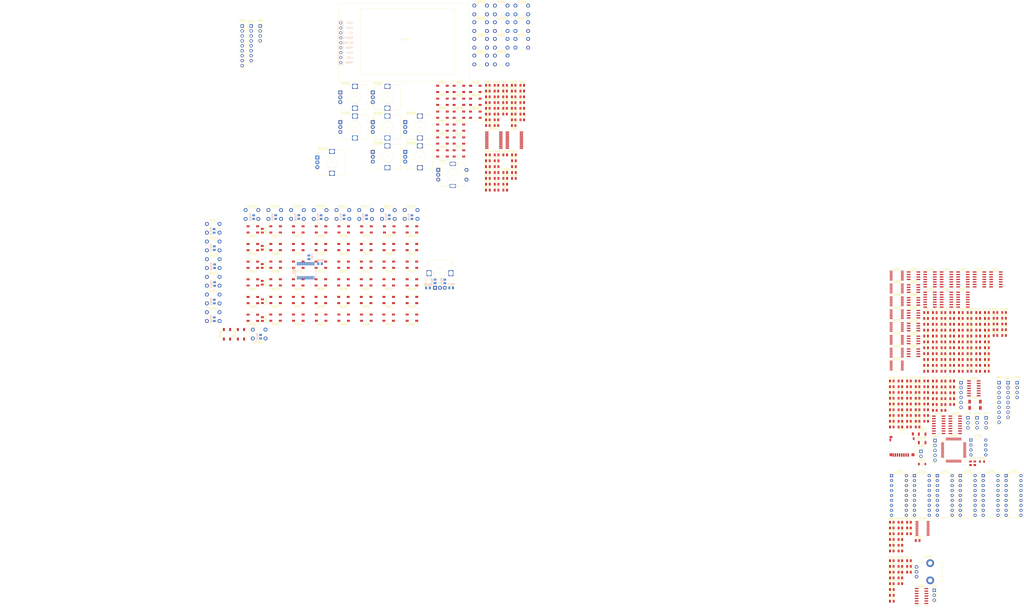
<source format=kicad_pcb>
(kicad_pcb (version 20240108) (generator "pcbnew") (generator_version "8.0")
  (layers (0 "F.Cu" signal) (1 "In1.Cu" signal) (2 "In2.Cu" signal) (31 "B.Cu" signal) (34 "B.Paste" user) (35 "F.Paste" user) (36 "B.SilkS" user "B.Silkscreen") (37 "F.SilkS" user "F.Silkscreen") (38 "B.Mask" user) (39 "F.Mask" user) (44 "Edge.Cuts" user))
  (net 0 "")
  (net 1 "+3.3V")
  (net 2 "GND")
  (net 3 "+3.3VA")
  (net 4 "Net-(C203-Pad2)")
  (net 5 "HSE_OUT")
  (net 6 "HSE_IN")
  (net 7 "LFE_IN")
  (net 8 "LFE_OUT")
  (net 9 "NRST")
  (net 10 "-12V")
  (net 11 "+12V")
  (net 12 "Net-(C203-Pad1)")
  (net 13 "/LowerBoard/CV Outputs/L2V6_C")
  (net 14 "/LowerBoard/CV Outputs/L2V5_C")
  (net 15 "/LowerBoard/CV Outputs/L2V1_C")
  (net 16 "/LowerBoard/CV Outputs/L2V4_C")
  (net 17 "/LowerBoard/CV Outputs/L1V6_C")
  (net 18 "/LowerBoard/CV Outputs/L2V3_C")
  (net 19 "/LowerBoard/CV Outputs/L1V5_C")
  (net 20 "/LowerBoard/CV Outputs/L2V2_C")
  (net 21 "/LowerBoard/CV Outputs/L1V4_C")
  (net 22 "/LowerBoard/CV Outputs/L1V3_C")
  (net 23 "/LowerBoard/CV Outputs/L1V1_C")
  (net 24 "/LowerBoard/CV Outputs/L1V2_C")
  (net 25 "/LowerBoard/CV Outputs/P2V6_C")
  (net 26 "/LowerBoard/CV Outputs/P1V6_C")
  (net 27 "/LowerBoard/CV Outputs/P2V5_C")
  (net 28 "/LowerBoard/CV Outputs/P2V1_C")
  (net 29 "/LowerBoard/CV Outputs/P1V5_C")
  (net 30 "/LowerBoard/CV Outputs/P2V4_C")
  (net 31 "/LowerBoard/CV Outputs/P1V4_C")
  (net 32 "/LowerBoard/CV Outputs/P2V3_C")
  (net 33 "/LowerBoard/CV Outputs/P1V3_C")
  (net 34 "/LowerBoard/CV Outputs/P2V2_C")
  (net 35 "/LowerBoard/CV Outputs/P1V1_C")
  (net 36 "/LowerBoard/CV Outputs/P1V2_C")
  (net 37 "/LowerBoard/CV Outputs/FV6_C")
  (net 38 "/LowerBoard/CV Outputs/A6_C")
  (net 39 "/LowerBoard/CV Outputs/FV1_C")
  (net 40 "/LowerBoard/CV Outputs/C1_C")
  (net 41 "/LowerBoard/CV Outputs/FV5_C")
  (net 42 "/LowerBoard/CV Outputs/C3_C")
  (net 43 "/LowerBoard/CV Outputs/C5_C")
  (net 44 "/LowerBoard/CV Outputs/FV3_C")
  (net 45 "ENCA_R")
  (net 46 "ENCA_L")
  (net 47 "ENCB_R")
  (net 48 "ENCB_L")
  (net 49 "ENCC_R")
  (net 50 "ENCC_L")
  (net 51 "ENCD_R")
  (net 52 "ENCD_L")
  (net 53 "ENCCF_R")
  (net 54 "ENCCF_L")
  (net 55 "ENCRES_R")
  (net 56 "ENCRES_L")
  (net 57 "ENCPWM_R")
  (net 58 "ENCPWM_L")
  (net 59 "ENCFOLD_R")
  (net 60 "ENCFOLD_L")
  (net 61 "ENCDEPTH_R")
  (net 62 "ENCDEPTH_L")
  (net 63 "ENCMENU_L")
  (net 64 "ENCMENU_R")
  (net 65 "/LowerBoard/CV Outputs/FV2_C")
  (net 66 "/LowerBoard/CV Outputs/A1_C")
  (net 67 "/LowerBoard/CV Outputs/C6_C")
  (net 68 "/LowerBoard/CV Outputs/A5_C")
  (net 69 "MS_1")
  (net 70 "MS_2")
  (net 71 "MS_3")
  (net 72 "MS_5")
  (net 73 "MS_6")
  (net 74 "MS_4")
  (net 75 "/LowerBoard/CV Outputs/A3_C")
  (net 76 "/LowerBoard/CV Outputs/A2_C")
  (net 77 "/LowerBoard/CV Outputs/FV4_C")
  (net 78 "/LowerBoard/CV Outputs/C4_C")
  (net 79 "/LowerBoard/CV Outputs/C2_C")
  (net 80 "/LowerBoard/CV Outputs/A4_C")
  (net 81 "Net-(U401-VCAP1)")
  (net 82 "+3.3VP")
  (net 83 "PIXELS_MATRIX")
  (net 84 "GNDA")
  (net 85 "Net-(D401-K)")
  (net 86 "Net-(D401-A)")
  (net 87 "PIXELS_MATRIX_U")
  (net 88 "Net-(D501-DOUT)")
  (net 89 "Net-(D502-DIN)")
  (net 90 "Net-(D502-DOUT)")
  (net 91 "Net-(D503-DIN)")
  (net 92 "Net-(D503-DOUT)")
  (net 93 "Net-(D504-DIN)")
  (net 94 "Net-(D504-DOUT)")
  (net 95 "Net-(D505-DOUT)")
  (net 96 "Net-(D505-DIN)")
  (net 97 "Net-(D506-DOUT)")
  (net 98 "Net-(D506-DIN)")
  (net 99 "Net-(D507-DOUT)")
  (net 100 "Net-(D508-DOUT)")
  (net 101 "Net-(D509-DOUT)")
  (net 102 "Net-(D510-DOUT)")
  (net 103 "Net-(D511-DOUT)")
  (net 104 "Net-(D512-DOUT)")
  (net 105 "Net-(D513-DOUT)")
  (net 106 "Net-(D514-DOUT)")
  (net 107 "Net-(D515-DOUT)")
  (net 108 "Net-(D516-DOUT)")
  (net 109 "Net-(D517-DOUT)")
  (net 110 "Net-(D518-DOUT)")
  (net 111 "Net-(D519-DOUT)")
  (net 112 "Net-(D520-DOUT)")
  (net 113 "Net-(D521-DOUT)")
  (net 114 "Net-(D522-DOUT)")
  (net 115 "Net-(D523-DOUT)")
  (net 116 "Net-(D524-DOUT)")
  (net 117 "Net-(D525-DOUT)")
  (net 118 "Net-(D526-DOUT)")
  (net 119 "Net-(D527-DOUT)")
  (net 120 "Net-(D528-DOUT)")
  (net 121 "PIXELS_MAIN")
  (net 122 "Net-(D601-DOUT)")
  (net 123 "Net-(D602-DOUT)")
  (net 124 "Net-(D603-DOUT)")
  (net 125 "Net-(D604-DOUT)")
  (net 126 "Net-(D605-DOUT)")
  (net 127 "Net-(D606-DOUT)")
  (net 128 "VOICE_PX")
  (net 129 "Net-(D609-DOUT)")
  (net 130 "Net-(D529-DOUT)")
  (net 131 "Net-(D611-DOUT)")
  (net 132 "MODE_PX")
  (net 133 "Net-(D613-DOUT)")
  (net 134 "Net-(D530-DOUT)")
  (net 135 "Net-(D531-DOUT)")
  (net 136 "Net-(D532-DOUT)")
  (net 137 "TCK")
  (net 138 "TMS")
  (net 139 "SWO")
  (net 140 "USB_D+")
  (net 141 "USB_D-")
  (net 142 "Net-(D533-DOUT)")
  (net 143 "Net-(D534-DOUT)")
  (net 144 "Net-(D535-DOUT)")
  (net 145 "Net-(D536-DOUT)")
  (net 146 "Net-(D537-DOUT)")
  (net 147 "SD_CS")
  (net 148 "DISP_MOSI")
  (net 149 "DISP_SCK")
  (net 150 "DISP_MISO")
  (net 151 "Net-(D538-DIN)")
  (net 152 "Net-(D538-DOUT)")
  (net 153 "Net-(D539-DOUT)")
  (net 154 "V1_CLK2")
  (net 155 "V1_CLK1")
  (net 156 "LVL2_V1")
  (net 157 "LVL1_V1")
  (net 158 "I2C_MUX_RST")
  (net 159 "BATT_REF")
  (net 160 "CUTOFF_V1")
  (net 161 "FOLD_V1")
  (net 162 "VCA_V1")
  (net 163 "V1_OUT")
  (net 164 "SDA_V1")
  (net 165 "SCL_V1")
  (net 166 "V2_CLK2")
  (net 167 "V2_CLK1")
  (net 168 "LVL2_V2")
  (net 169 "LVL1_V2")
  (net 170 "CUTOFF_V2")
  (net 171 "FOLD_V2")
  (net 172 "VCA_V2")
  (net 173 "V2_OUT")
  (net 174 "SDA_V2")
  (net 175 "SCL_V2")
  (net 176 "V3_CLK2")
  (net 177 "V3_CLK1")
  (net 178 "LVL2_V3")
  (net 179 "LVL1_V3")
  (net 180 "CUTOFF_V3")
  (net 181 "FOLD_V3")
  (net 182 "VCA_V3")
  (net 183 "V3_OUT")
  (net 184 "SDA_V3")
  (net 185 "SCL_V3")
  (net 186 "V4_CLK2")
  (net 187 "V4_CLK1")
  (net 188 "LVL2_V4")
  (net 189 "LVL1_V4")
  (net 190 "CUTOFF_V4")
  (net 191 "FOLD_V4")
  (net 192 "VCA_V4")
  (net 193 "V4_OUT")
  (net 194 "SDA_V4")
  (net 195 "SCL_V4")
  (net 196 "V5_CLK2")
  (net 197 "V5_CLK1")
  (net 198 "LVL2_V5")
  (net 199 "LVL1_V5")
  (net 200 "CUTOFF_V5")
  (net 201 "FOLD_V5")
  (net 202 "VCA_V5")
  (net 203 "V5_OUT")
  (net 204 "SDA_V5")
  (net 205 "SCL_V5")
  (net 206 "V6_CLK2")
  (net 207 "V6_CLK1")
  (net 208 "LVL2_V6")
  (net 209 "LVL1_V6")
  (net 210 "CUTOFF_V6")
  (net 211 "FOLD_V6")
  (net 212 "VCA_V6")
  (net 213 "V6_OUT")
  (net 214 "SDA_V6")
  (net 215 "SCL_V6")
  (net 216 "AUDIO_OUT_T")
  (net 217 "BOOT0")
  (net 218 "Net-(D540-DOUT)")
  (net 219 "Net-(D541-DOUT)")
  (net 220 "PWM2_V1")
  (net 221 "PWM2_V5")
  (net 222 "PWM2_V3")
  (net 223 "PWM1_V5")
  (net 224 "PWM1_V3")
  (net 225 "PWM1_V1")
  (net 226 "PWM2_V6")
  (net 227 "PWM2_V4")
  (net 228 "PWM1_V6")
  (net 229 "PWM1_V4")
  (net 230 "PWM2_V2")
  (net 231 "PWM1_V2")
  (net 232 "CUTOFF_DAC")
  (net 233 "POTS_SCL")
  (net 234 "POTS_SDA")
  (net 235 "MD_1")
  (net 236 "MD_2")
  (net 237 "MD_3")
  (net 238 "MD_4")
  (net 239 "MD_5")
  (net 240 "MD_6")
  (net 241 "MD_7")
  (net 242 "MD_8")
  (net 243 "ENV1_B")
  (net 244 "ENV2_B")
  (net 245 "LFO1_B")
  (net 246 "LFO2_B")
  (net 247 "LFO3_B")
  (net 248 "MIX1_B")
  (net 249 "MIX2_B")
  (net 250 "MENU_B")
  (net 251 "FF_B")
  (net 252 "HPMODE_B")
  (net 253 "PWMTOG_B")
  (net 254 "Net-(D542-DOUT)")
  (net 255 "Net-(D543-DOUT)")
  (net 257 "PIXELS_MAIN_U")
  (net 258 "Net-(D607-DOUT)")
  (net 259 "Net-(D608-DOUT)")
  (net 261 "Net-(D612-DOUT)")
  (net 262 "HP_MODE")
  (net 263 "Net-(J404-Pin_2)")
  (net 264 "Net-(J405-DAT0)")
  (net 266 "PITCH_SS")
  (net 267 "PITCH_SCK")
  (net 269 "PITCH_MOSI")
  (net 272 "FOLD_FIRST")
  (net 273 "Net-(J406-Pin_3)")
  (net 274 "Net-(J406-Pin_1)")
  (net 275 "Net-(J407-Pin_1)")
  (net 276 "EXP_CS")
  (net 277 "EXP_SCK")
  (net 278 "EXP_MISO")
  (net 279 "EXP_MOSI")
  (net 280 "EXP_INTR_A")
  (net 281 "EXP_INTR_B")
  (net 282 "LDAC")
  (net 283 "DAC_SDA")
  (net 284 "DAC_SCL")
  (net 285 "EXP_INTR_C")
  (net 286 "Net-(J407-Pin_3)")
  (net 287 "DISP_CS")
  (net 288 "DISP_DC")
  (net 289 "MIDI_TX")
  (net 290 "DISP_CS_U")
  (net 291 "DISP_MOSI_U")
  (net 292 "DISP_RST_U")
  (net 293 "DISP_MISO_U")
  (net 294 "DISP_SCK_U")
  (net 295 "DISP_DC_U")
  (net 296 "EXP_MOSI_U")
  (net 297 "EXP_INTR_B_U")
  (net 298 "EXP_SCK_U")
  (net 299 "EXP_CS_U")
  (net 300 "EXP_MISO_U")
  (net 301 "EXP_INTR_A_U")
  (net 302 "LVL1_DAC")
  (net 303 "PWM1_DAC")
  (net 304 "FOLD_DAC")
  (net 305 "Net-(U301-VOUTG)")
  (net 307 "VCA_DAC")
  (net 308 "PWM2_DAC")
  (net 309 "LVL2_DAC")
  (net 310 "EXP_INTR_C_U")
  (net 311 "Net-(U201A--)")
  (net 314 "Net-(R208-Pad1)")
  (net 315 "Net-(U201D--)")
  (net 318 "Net-(R209-Pad1)")
  (net 319 "Net-(U201B--)")
  (net 320 "Net-(R210-Pad2)")
  (net 321 "Net-(U302C--)")
  (net 322 "Net-(U302D-+)")
  (net 323 "Net-(U302D--)")
  (net 324 "Net-(U302A--)")
  (net 325 "Net-(U302B--)")
  (net 328 "SRC_BANK")
  (net 330 "Net-(U401-PC10)")
  (net 331 "Net-(U401-PC12)")
  (net 332 "Net-(U401-PD2)")
  (net 333 "Net-(U401-PC2)")
  (net 334 "Net-(U401-PC1)")
  (net 335 "Net-(U401-PA15)")
  (net 336 "Net-(U401-PB4)")
  (net 337 "Net-(U401-PB12)")
  (net 338 "Net-(U401-PB13)")
  (net 339 "Net-(U401-PB15)")
  (net 340 "Net-(U401-PA2)")
  (net 341 "Net-(U401-PA1)")
  (net 342 "AUDIO_OUT_R")
  (net 345 "ALT_B")
  (net 346 "Net-(U401-PB0)")
  (net 347 "Net-(U401-PB1)")
  (net 348 "Net-(U301-VOUTA)")
  (net 349 "Net-(U301-VOUTB)")
  (net 350 "MIDI_RX")
  (net 351 "DISP_RST")
  (net 352 "Net-(U401-PB2)")
  (net 353 "Net-(U401-PB10)")
  (net 354 "Net-(U401-PA4)")
  (net 355 "Net-(U401-PA5)")
  (net 356 "Net-(U401-PA7)")
  (net 357 "Net-(U403-QA)")
  (net 358 "Net-(U403-QB)")
  (net 359 "Net-(U403-QC)")
  (net 360 "Net-(U403-QD)")
  (net 361 "Net-(U403-QE)")
  (net 362 "Net-(U403-QF)")
  (net 363 "Net-(U403-QG)")
  (net 364 "Net-(U403-QH)")
  (net 365 "Net-(U402-QA)")
  (net 366 "Net-(U402-QC)")
  (net 367 "Net-(U402-QD)")
  (net 368 "Net-(U402-QB)")
  (net 369 "Net-(R437-Pad2)")
  (net 370 "Net-(U405-VO1)")
  (net 371 "MUX_INH")
  (net 372 "Net-(R441-Pad2)")
  (net 373 "Net-(U601-INTB)")
  (net 374 "MUX_A0")
  (net 375 "Net-(U601-SO)")
  (net 376 "MUX_A1")
  (net 377 "Net-(U602-INTA)")
  (net 378 "MUX_A2")
  (net 379 "Net-(U603-MISO)")
  (net 381 "Net-(U501-SO)")
  (net 382 "Net-(U602-SO)")
  (net 383 "Net-(U602-INTB)")
  (net 402 "Net-(U402-SER)")
  (net 410 "Net-(U404-Pad2)")
  (net 411 "Net-(U404-Pad6)")
  (footprint "Resistor_SMD:R_0805_2012Metric" (layer "F.Cu") (at 234.4606 -55.3572)
    (property "Reference" "R633")
    (property "Value" "47k")
  )
  (footprint "Capacitor_SMD:C_0805_2012Metric" (layer "F.Cu") (at 472.6636 82.2282)
    (property "Reference" "C385")
    (property "Value" "470n")
  )
  (footprint "Capacitor_SMD:C_0805_2012Metric" (layer "F.Cu") (at 468.2136 70.1882)
    (property "Reference" "C370")
    (property "Value" "100n")
  )
  (footprint "Button_Switch_THT:SW_PUSH_6mm" (layer "F.Cu") (at 174.221 8.6064)
    (property "Reference" "SW515")
    (property "Value" "MD8")
  )
  (footprint "LED_SMD:LED_SK6812_PLCC4_5.0x5.0mm_P3.2mm" (layer "F.Cu") (at 119.61608 27.58524 180)
    (property "Reference" "D514")
    (property "Value" "SK6812")
  )
  (footprint "Resistor_SMD:R_0805_2012Metric" (layer "F.Cu") (at 221.2306 -37.6572)
    (property "Reference" "R615")
    (property "Value" "47k")
  )
  (footprint "Resistor_SMD:R_0805_2012Metric" (layer "F.Cu") (at 432.7436 102.1382)
    (property "Reference" "R421")
    (property "Value" "22R")
  )
  (footprint "Capacitor_SMD:C_0805_2012Metric" (layer "F.Cu") (at 445.9636 61.1582)
    (property "Reference" "C312")
    (property "Value" "100n")
  )
  (footprint "LED_SMD:LED_SK6812_PLCC4_5.0x5.0mm_P3.2mm" (layer "F.Cu") (at 201.9856 -20.4222)
    (property "Reference" "D612")
    (property "Value" "SK6812")
  )
  (footprint "Capacitor_SMD:C_0805_2012Metric" (layer "F.Cu") (at 463.7636 88.2482)
    (property "Reference" "C365")
    (property "Value" "100n")
  )
  (footprint "LED_SMD:LED_SK6812_PLCC4_5.0x5.0mm_P3.2mm" (layer "F.Cu") (at 107.995942 18.5378 180)
    (property "Reference" "D507")
    (property "Value" "SK6812")
  )
  (footprint "LED_SMD:LED_SK6812_PLCC4_5.0x5.0mm_P3.2mm" (layer "F.Cu") (at 177.904 54.72756 180)
    (property "Reference" "D549")
    (property "Value" "SK6812")
  )
  (footprint "Resistor_SMD:R_0805_2012Metric" (layer "F.Cu") (at 428.3336 168.6682)
    (property "Reference" "R707")
    (property "Value" "12k")
  )
  (footprint "Resistor_SMD:R_0805_2012Metric" (layer "F.Cu") (at 441.5636 110.9882)
    (property "Reference" "R442")
    (property "Value" "47k")
  )
  (footprint "Package_DIP:DIP-18_W7.62mm_Socket" (layer "F.Cu") (at 423.7936 144.7682)
    (property "Reference" "U702")
    (property "Value" "V1")
  )
  (footprint "Capacitor_SMD:C_0805_2012Metric" (layer "F.Cu") (at 101.1452 45.8682 -90)
    (property "Reference" "C504")
    (property "Value" "100n")
  )
  (footprint "Resistor_SMD:R_0805_2012Metric" (layer "F.Cu") (at 225.6406 -55.3572)
    (property "Reference" "R617")
    (property "Value" "47k")
  )
  (footprint "Capacitor_SMD:C_0805_2012Metric" (layer "F.Cu") (at 450.4436 108.3082)
    (property "Reference" "C411")
    (property "Value" "100n")
  )
  (footprint "Resistor_SMD:R_0805_2012Metric" (layer "F.Cu") (at 428.3336 194.2682)
    (property "Reference" "R208")
    (property "Value" "100k")
  )
  (footprint "Resistor_SMD:R_0805_2012Metric" (layer "F.Cu") (at 437.1536 99.1882)
    (property "Reference" "R429")
    (property "Value" "22R")
  )
  (footprint "LED_SMD:LED_SK6812_PLCC4_5.0x5.0mm_P3.2mm" (layer "F.Cu") (at 201.9856 -33.6622)
    (property "Reference" "D610")
    (property "Value" "SK6812")
  )
  (footprint "Capacitor_SMD:C_0805_2012Metric" (layer "F.Cu") (at 454.8936 96.2682)
    (property "Reference" "C413")
    (property "Value" "2u2")
  )
  (footprint "Capacitor_SMD:C_0805_2012Metric" (layer "F.Cu") (at 468.2136 91.2582)
    (property "Reference" "C377")
    (property "Value" "470n")
  )
  (footprint "Resistor_SMD:R_0805_2012Metric" (layer "F.Cu") (at 441.5636 108.0382)
    (property "Reference" "R441")
    (property "Value" "220")
  )
  (footprint "Button_Switch_THT:SW_PUSH_6mm" (layer "F.Cu") (at 230.9806 -96.2372)
    (property "Reference" "SW609")
    (property "Value" "MIX1_B")
  )
  (footprint "Capacitor_SMD:C_0805_2012Metric" (layer "F.Cu") (at 445.9936 111.3182)
    (property "Reference" "C406")
    (property "Value" "100n")
  )
  (footprint "Button_Switch_THT:SW_PUSH_6mm" (layer "F.Cu") (at 115.9534 8.6318)
    (property "Reference" "SW507")
    (property "Value" "MD3")
  )
  (footprint "Package_SO:SOIC-8_3.9x4.9mm_P1.27mm" (layer "F.Cu") (at 435.0636 55.4382)
    (property "Reference" "U309")
    (property "Value" "TL072")
  )
  (footprint "Resistor_SMD:R_0805_2012Metric" (layer "F.Cu") (at 216.8206 -52.4072)
    (property "Reference" "R602")
    (property "Value" "47k")
  )
  (footprint "LED_SMD:LED_SK6812_PLCC4_5.0x5.0mm_P3.2mm" (layer "F.Cu") (at 107.9894 45.68012 180)
    (property "Reference" "D510")
    (property "Value" "SK6812")
  )
  (footprint "Resistor_SMD:R_0805_2012Metric" (layer "F.Cu") (at 432.7436 119.8382)
    (property "Reference" "R427")
    (property "Value" "22R")
  )
  (footprint "Resistor_SMD:R_0805_2012Metric" (layer "F.Cu") (at 441.5636 102.1382)
    (property "Reference" "R439")
    (property "Value" "4k7")
  )
  (footprint "Resistor_SMD:R_0805_2012Metric" (layer "F.Cu") (at 225.6406 -52.4072)
    (property "Reference" "R618")
    (property "Value" "47k")
  )
  (footprint "Capacitor_SMD:C_0805_2012Metric" (layer "F.Cu") (at 463.7636 61.1582)
    (property "Reference" "C356")
    (property "Value" "100n")
  )
  (footprint "Capacitor_SMD:C_0805_2012Metric" (layer "F.Cu") (at 450.4136 88.2482)
    (property "Reference" "C332")
    (property "Value" "100n")
  )
  (footprint "Button_Switch_THT:SW_PUSH_6mm" (layer "F.Cu") (at 72.7758 24.7608)
    (property "Reference" "SW510")
    (property "Value" "MS5")
  )
  (footprint "Potentiometer_THT:Potentiometer_Bourns_PTV09A-1_Single_Vertical" (layer "F.Cu") (at 436.6236 196.5682)
    (property "Reference" "RV201")
    (property "Value" "100kA")
  )
  (footprint "Resistor_SMD:R_0805_2012Metric" (layer "F.Cu") (at 230.0506 -40.6072)
    (property "Reference" "R630")
    (property "Value" "22R")
  )
  (footprint "Button_Switch_THT:SW_PUSH_6mm" (layer "F.Cu") (at 162.5624 8.6318)
    (property "Reference" "SW514")
    (property "Value" "MD7")
  )
  (footprint "LED_SMD:LED_SK6812_PLCC4_5.0x5.0mm_P3.2mm" (layer "F.Cu") (at 142.79756 54.72756 180)
    (property "Reference" "D529")
    (property "Value" "SK6812")
  )
  (footprint "Resistor_SMD:R_0805_2012Metric" (layer "F.Cu") (at 428.3336 183.4182)
    (property "Reference" "R712")
    (property "Value" "12k")
  )
  (footprint "Resistor_SMD:R_0805_2012Metric" (layer "F.Cu") (at 221.2306 -40.6072)
    (property "Reference" "R614")
    (property "Value" "47k")
  )
  (footprint "Resistor_SMD:R_0805_2012Metric" (layer "F.Cu") (at 437.1536 105.0882)
    (property "Reference" "R431")
    (property "Value" "22R")
  )
  (footprint "Capacitor_SMD:C_0805_2012Metric" (layer "F.Cu") (at 441.5136 85.2382)
    (property "Reference" "C309")
    (property "Value" "100n")
  )
  (footprint "Resistor_SMD:R_0805_2012Metric" (layer "F.Cu") (at 423.9236 105.0882)
    (property "Reference" "R404")
    (property "Value" "22R")
  )
  (footprint "Capacitor_SMD:C_0805_2012Metric" (layer "F.Cu") (at 221.2906 -19.6772)
    (property "Reference" "C608")
    (property "Value" "10n")
  )
  (footprint "LED_SMD:LED_SK6812_PLCC4_5.0x5.0mm_P3.2mm" (layer "F.Cu") (at 193.5656 -46.9022)
    (property "Reference" "D602")
    (property "Value" "SK6812")
  )
  (footprint "LED_SMD:LED_SK6812_PLCC4_5.0x5.0mm_P3.2mm" (layer "F.Cu") (at 119.6226 36.63268 180)
    (property "Reference" "D515")
    (property "Value" "SK6812")
  )
  (footprint "Resistor_SMD:R_0805_2012Metric" (layer "F.Cu") (at 437.1536 108.0382)
    (property "Reference" "R432")
    (property "Value" "22R")
  )
  (footprint "Resistor_SMD:R_0805_2012Metric" (layer "F.Cu") (at 432.7436 116.8882)
    (property "Reference" "R426")
    (property "Value" "22R")
  )
  (footprint "Connector_PinSocket_2.54mm:PinSocket_1x04_P2.54mm_Vertical" (layer "F.Cu") (at 488.1936 97.0882)
    (property "Reference" "J901")
    (property "Value" "A_LOWER")
  )
  (footprint "Resistor_SMD:R_0805_2012Metric" (layer "F.Cu") (at 481.5036 67.0282)
    (property "Reference" "R308")
    (property "Value" "27k")
  )
  (footprint "LED_SMD:LED_SK6812_PLCC4_5.0x5.0mm_P3.2mm" (layer "F.Cu") (at 177.904 18.5378 180)
    (property "Reference" "D544")
    (property "Value" "SK6812")
  )
  (footprint "LED_SMD:LED_SK6812_PLCC4_5.0x5.0mm_P3.2mm" (layer "F.Cu") (at 166.0284 45.68012 180)
    (property "Reference" "D541")
    (property "Value" "SK6812")
  )
  (footprint "Button_Switch_THT:SW_PUSH_6mm" (layer "F.Cu") (at 220.4306 -96.2372)
    (property "Reference" "SW605")
    (property "Value" "LFO2_B")
  )
  (footprint "Inductor_SMD:L_0805_2012Metric" (layer "F.Cu") (at 470.1936 137.5682)
    (property "Reference" "FB401")
    (property "Value" "90R")
  )
  (footprint "Capacitor_SMD:C_0805_2012Metric" (layer "F.Cu") (at 221.2906 -16.6672)
    (property "Reference" "C609")
    (property "Value" "10n")
  )
  (footprint "Resistor_SMD:R_0805_2012Metric" (layer "F.Cu") (at 437.1536 96.2382)
    (property "Reference" "R428")
    (property "Value" "22R")
  )
  (footprint "Rotary_Encoder:RotaryEncoder_Alps_EC12E_Vertical_H20mm_NOMP" (layer "F.Cu") (at 189.7694 48.4702 90)
    (property "Reference" "RE607")
    (property "Value" "ENC_DEPTH")
  )
  (footprint "Resistor_SMD:R_0805_2012Metric" (layer "F.Cu") (at 423.9236 171.6182)
    (property "Reference" "R702")
    (property "Value" "12k")
  )
  (footprint "Capacitor_SMD:C_0805_2012Metric" (layer "F.Cu") (at 459.3136 61.1582)
    (property "Reference" "C345")
    (property "Value" "470n")
  )
  (footprint "Resistor_SMD:R_0805_2012Metric" (layer "F.Cu") (at 428.3336 191.3182)
    (property "Reference" "R207")
    (property "Value" "47k")
  )
  (footprint "LED_SMD:LED_SK6812_PLCC4_5.0x5.0mm_P3.2mm" (layer "F.Cu") (at 154.5476 63.775 180)
    (property "Reference" "D536")
    (property "Value" "SK6812")
  )
  (footprint "Capacitor_SMD:C_0805_2012Metric" (layer "F.Cu") (at 454.8636 73.1982)
    (property "Reference" "C338")
    (property "Value" "100n")
  )
  (footprint "LED_SMD:LED_SK6812_PLCC4_5.0x5.0mm_P3.2mm" (layer "F.Cu") (at 177.904 63.775 180)
    (property "Reference" "D550")
    (property "Value" "SK6812")
  )
  (footprint "Connector_PinSocket_2.54mm:PinSocket_1x04_P2.54mm_Vertical" (layer "F.Cu") (at 100.1214 -85.761)
    (property "Reference" "J801")
    (property "Value" "A_UPPER")
  )
  (footprint "Button_Switch_SMD:SW_SPST_B3U-1000P" (layer "F.Cu") (at 439.4936 127.8382)
    (property "Reference" "SW402")
    (property "Value" "BOOT")
  )
  (footprint "LED_SMD:LED_SK6812_PLCC4_5.0x5.0mm_P3.2mm" (layer "F.Cu") (at 154.45472 27.58524 180)
    (property "Reference" "D532")
    (property "Value" "SK6812")
  )
  (footprint "Resistor_SMD:R_0805_2012Metric" (layer "F.Cu") (at 216.8206 -46.5072)
    (property "Reference" "R604")
    (property "Value" "47k")
  )
  (footprint "Resistor_SMD:R_0805_2012Metric" (layer "F.Cu") (at 423.9236 183.4182)
    (property "Reference" "R706")
    (property "Value" "12k")
  )
  (footprint "LED_SMD:LED_SK6812_PLCC4_5.0x5.0mm_P3.2mm" (layer "F.Cu") (at 154.4206 45.68012 180)
    (property "Reference" "D534")
    (property "Value" "SK6812")
  )
  (footprint "Capacitor_SMD:C_0805_2012Metric" (layer "F.Cu") (at 445.9636 76.2082)
    (property "Reference" "C317")
    (property "Value" "470n")
  )
  (footprint "Button_Switch_THT:SW_PUSH_6mm" (layer "F.Cu") (at 209.8806 -87.6872)
    (property "Reference" "SW602")
    (property "Value" "ENV2_B")
  )
  (footprint "Button_Switch_THT:SW_PUSH_6mm" (layer "F.Cu") (at 209.8806 -79.1372)
    (property "Reference" "SW603")
    (property "Value" "HP_B")
  )
  (footprint "Resistor_SMD:R_0805_2012Metric" (layer "F.Cu") (at 432.7436 113.9382)
    (property "Reference" "R425")
    (property "Value" "22R")
  )
  (footprint "Capacitor_SMD:C_0805_2012Metric" (layer "F.Cu") (at 445.9636 82.2282)
    (property "Reference" "C319")
    (property "Value" "470n")
  )
  (footprint "LED_SMD:LED_SK6812_PLCC4_5.0x5.0mm_P3.2mm" (layer "F.Cu") (at 108.0148 36.63268 180)
    (property "Reference" "D509")
    (property "Value" "SK6812")
  )
  (footprint "Rotary_Encoder:RotaryEncoder_Alps_EC12E_Vertical_H20mm_NOMP" (layer "F.Cu") (at 157.8306 -36.4572)
    (property "Reference" "RE605")
    (property "Value" "ENCC")
  )
  (footprint "Resistor_SMD:R_0805_2012Metric" (layer "F.Cu") (at 225.6406 -43.5572)
    (property "Reference" "R621")
    (property "Value" "47k")
  )
  (footprint "Resistor_SMD:R_0805_2012Metric" (layer "F.Cu") (at 423.9236 194.2682)
    (property "Reference" "R203")
    (property "Value" "100k")
  )
  (footprint "Capacitor_SMD:C_0805_2012Metric" (layer "F.Cu") (at 463.7636 76.2082)
    (property "Reference" "C361")
    (property "Value" "100n")
  )
  (footprint "Capacitor_SMD:C_0805_2012Metric" (layer "F.Cu") (at 450.4436 111.3182)
    (property "Reference" "C412")
    (property "Value" "100n")
  )
  (footprint "Capacitor_SMD:C_0805_2012Metric" (layer "F.Cu") (at 423.9436 206.1582)
    (property "Reference" "C202")
    (property "Value" "100n")
  )
  (footprint "Capacitor_SMD:C_0805_2012Metric" (layer "F.Cu") (at 454.8636 82.2282)
    (property "Reference" "C341")
    (property "Value" "470n")
  )
  (footprint "Button_Switch_THT:SW_PUSH_6mm" (layer "F.Cu") (at 104.3202 8.6318)
    (property "Reference" "SW505")
    (property "Value" "MD2")
  )
  (footprint "LED_SMD:LED_SK6812_PLCC4_5.0x5.0mm_P3.2mm" (layer "F.Cu") (at 96.3446 18.5378 180)
    (property "Reference" "D501")
    (property "Value" "SK6812")
  )
  (footprint "Resistor_SMD:R_0805_2012Metric" (layer "F.Cu") (at 432.7436 105.0882)
    (property "Reference" "R422")
    (property "Value" "22R")
  )
  (footprint "Package_QFP:LQFP-64_10x10mm_P0.5mm" (layer "F.Cu") (at 455.6436 131.6682)
    (property "Reference" "U401")
    (property "Value" "STM32F411RETx")
  )
  (footprint "Capacitor_SMD:C_0805_2012Metric" (layer "F.Cu") (at 230.1906 -16.6672)
    (property "Reference" "C623")
    (property "Value" "100n")
  )
  (footprint "Resistor_SMD:R_0805_2012Metric" (layer "F.Cu") (at 423.9236 180.4682)
    (property "Reference" "R705")
    (property "Value" "12k")
  )
  (footprint "Capacitor_SMD:C_0805_2012Metric" (layer "F.Cu") (at 459.3136 82.2282)
    (property "Reference" "C352")
    (property "Value" "470n")
  )
  (footprint "Resistor_SMD:R_0805_2012Metric" (layer "F.Cu") (at 481.5036 72.9282)
    (property "Reference" "R310")
    (property "Value" "27k")
  )
  (footprint "Capacitor_SMD:C_0805_2012Metric" (layer "F.Cu") (at 459.3136 85.2382)
    (property "Reference" "C353")
    (property "Value" "100n")
  )
  (footprint "Resistor_SMD:R_0805_2012Metric" (layer "F.Cu") (at 437.1536 110.9882)
    (property "Reference" "R433")
    (property "Value" "22R")
  )
  (footprint "LED_SMD:LED_SK6812_PLCC4_5.0x5.0mm_P3.2mm" (layer "F.Cu") (at 201.9856 -46.9022)
    (property "Reference" "D608")
    (property "Value" "SK6812")
  )
  (footprint "Resistor_SMD:R_0805_2012Metric" (layer "F.Cu") (at 221.2306 -43.5572)
    (property "Reference" "R613")
    (property "Value" "47k")
  )
  (footprint "Package_SO:SOIC-8_3.9x4.9mm_P1.27mm" (layer "F.Cu") (at 435.0636 68.5982)
    (property "Reference" "U318")
    (property "Value" "TL072")
  )
  (footprint "Connector_PinSocket_2.54mm:PinSocket_1x02_P2.54mm_Vertical" (layer "F.Cu") (at 438.8936 132.3382)
    (property "Reference" "J404")
    (property "Value" "MIDI_In")
  )
  (footprint "LED_SMD:LED_SK6812_PLCC4_5.0x5.0mm_P3.2mm" (layer "F.Cu") (at 131.22896 27.58524 180)
    (property "Reference" "D520")
    (property "Value" "SK6812")
  )
  (footprint "Resistor_SMD:R_0805_2012Metric" (layer "F.Cu") (at 234.4606 -46.5072)
    (property "Reference" "R636")
    (property "Value" "47k")
  )
  (footprint "Capacitor_SMD:C_0805_2012Metric" (layer "F.Cu") (at 445.9636 91.2582)
    (property "Reference" "C322")
    (property "Value" "470n")
  )
  (footprint "Resistor_SMD:R_0805_2012Metric" (layer "F.Cu") (at 423.9236 110.9882)
    (property "Reference" "R406")
    (property "Value" "22R")
  )
  (footprint "Resistor_SMD:R_0805_2012Metric" (layer "F.Cu") (at 428.3336 174.5682)
    (property "Reference" "R709")
    (property "Value" "12k")
  )
  (footprint "Button_Switch_THT:SW_PUSH_6mm" (layer "F.Cu") (at 102.8216 74.4432 180)
    (property "Reference" "SW501")
    (property "Value" "SB")
  )
  (footprint "LED_SMD:LED_SK6812_PLCC4_5.0x5.0mm_P3.2mm" (layer "F.Cu") (at 131.298626 18.5378 180)
    (property "Reference" "D519")
    (property "Value" "SK6812")
  )
  (footprint "Rotary_Encoder:RotaryEncoder_Alps_EC12E_Vertical_H20mm_NOMP" (layer "F.Cu") (at 157.8306 -21.2072)
    (property "Reference" "RE606")
    (property "Value" "ENC_PWM")
  )
  (footprint "Resistor_SMD:R_0805_2012Metric" (layer "F.Cu") (at 221.2306 -34.7072)
    (property "Reference" "R616")
    (property "Value" "47k")
  )
  (footprint "Capacitor_SMD:C_0805_2012Metric" (layer "F.Cu") (at 441.5136 73.1982)
    (property "Reference" "C305")
    (property "Value" "100n")
  )
  (footprint "Display:TFTBreakout_ILI9341_340x320" (layer "F.Cu") (at 140.1556 -97.5122)
    (property "Reference" "U603")
    (property "Value" "ILI9341")
  )
  (footprint "Package_SO:SOIC-14_3.9x8.7mm_P1.27mm" (layer "F.Cu") (at 443.5136 44.1832)
    (property "Reference" "U302")
    (property "Value" "TL074")
  )
  (footprint "Capacitor_SMD:C_0805_2012Metric" (layer "F.Cu") (at 463.7636 70.1882)
    (property "Reference" "C359")
    (property "Value" "100n")
  )
  (footprint "Resistor_SMD:R_0805_2012Metric" (layer "F.Cu") (at 432.7436 168.6682)
    (property "Reference" "R713")
    (property "Value" "12k")
  )
  (footprint "Resistor_SMD:R_0805_2012Metric" (layer "F.Cu") (at 428.3336 177.5182)
    (property "Reference" "R710")
    (property "Value" "12k")
  )
  (footprint "Capacitor_SMD:C_0805_2012Metric" (layer "F.Cu") (at 216.8406 -7.6372)
    (property "Reference" "C605")
    (property "Value" "10n")
  )
  (footprint "Package_SO:SOIC-14_3.9x8.7mm_P1.27mm" (layer "F.Cu") (at 465.9936 100.0232)
    (property "Reference" "U404")
    (property "Value" "74HC04")
  )
  (footprint "Capacitor_SMD:C_0805_2012Metric" (layer "F.Cu") (at 454.8636 67.1782)
    (property "Reference" "C336")
    (property "Value" "100n")
  )
  (footprint "Capacitor_SMD:C_0805_2012Metric" (layer "F.Cu") (at 472.6636 64.1682)
    (property "Reference" "C379")
    (property "Value" "470n")
  )
  (footprint "Capacitor_SMD:C_0805_2012Metric" (layer "F.Cu") (at 468.2136 79.2182)
    (property "Reference" "C373")
    (property "Value" "470n")
  )
  (footprint "Rotary_Encoder:RotaryEncoder_Alps_EC12E_Vertical_H20mm_NOMP" (layer "F.Cu") (at 129.4054 -18.344)
    (property "Reference" "RE603")
    (property "Value" "ENC_LES")
  )
  (footprint "Resistor_SMD:R_0805_2012Metric" (layer "F.Cu") (at 230.0506 -55.3572)
    (property "Reference" "R625")
    (property "Value" "47k")
  )
  (footprint "Capacitor_SMD:C_0805_2012Metric" (layer "F.Cu") (at 450.4136 79.2182)
    (property "Reference" "C329")
    (property "Value" "100n")
  )
  (footprint "Package_SO:TSSOP-16_4.4x5mm_P0.65mm" (layer "F.Cu") (at 426.4686 68.5782)
    (property "Reference" "U314")
    (property "Value" "TMUX4051")
  )
  (footprint "Resistor_SMD:R_0805_2012Metric" (layer "F.Cu") (at 225.6406 -49.4572)
    (property "Reference" "R619")
    (property "Value" "47k")
  )
  (footprint "Resistor_SMD:R_0805_2012Metric" (layer "F.Cu") (at 441.5636 113.9382)
    (property "Reference" "R443")
    (property "Value" "220")
  )
  (footprint "Capacitor_SMD:C_0805_2012Metric" (layer "F.Cu") (at 423.9436 203.1482)
    (property "Reference" "C201")
    (property "Value" "100n")
  )
  (footprint "Resistor_SMD:R_0805_2012Metric" (layer "F.Cu") (at 216.8206 -49.4572)
    (property "Reference" "R603")
    (property "Value" "47k")
  )
  (footprint "Resistor_SMD:R_0805_2012Metric" (layer "F.Cu") (at 432.7436 171.6182)
    (property "Reference" "R714")
    (property "Value" "12k")
  )
  (footprint "Resistor_SMD:R_0805_2012Metric" (layer "F.Cu") (at 428.3336 188.3682)
    (property "Reference" "R206")
    (property "Value" "100k")
  )
  (footprint "Resistor_SMD:R_0805_2012Metric" (layer "F.Cu") (at 432.7436 194.2682)
    (property "Reference" "R213")
    (property "Value" "470")
  )
  (footprint "Resistor_SMD:R_0805_2012Metric" (layer "F.Cu") (at 423.9236 177.5182)
    (property "Reference" "R704")
    (property "Value" "12k")
  )
  (footprint "LED_SMD:LED_SK6812_PLCC4_5.0x5.0mm_P3.2mm" (layer "F.Cu") (at 210.4056 -53.5222)
    (property "Reference" "D613")
    (property "Value" "SK6812")
  )
  (footprint "Capacitor_SMD:C_0805_2012Metric" (layer "F.Cu") (at 445.9936 105.2982)
    (property "Reference" "C404")
    (property "Value" "100n")
  )
  (footprint "Package_SO:SOIC-14_3.9x8.7mm_P1.27mm" (layer "F.Cu") (at 460.4136 44.1832)
    (property "Reference" "U307")
    (property "Value" "TL074")
  )
  (footprint "Capacitor_SMD:C_0805_2012Metric" (layer "F.Cu") (at 101.1706 27.9612 -90)
    (property "Reference" "C502")
    (property "Value" "100n")
  )
  (footprint "Package_SO:SOIC-14_3.9x8.7mm_P1.27mm" (layer "F.Cu") (at 477.3136 44.1832)
    (property "Reference" "U312")
    (property "Value" "TL074")
  )
  (footprint "Resistor_SMD:R_0805_2012Metric" (layer "F.Cu") (at 230.0506 -46.5072)
    (property "Reference" "R628")
    (property "Value" "47k")
  )
  (footprint "Capacitor_SMD:C_0805_2012Metric" (layer "F.Cu") (at 454.8636 76.2082)
    (property "Reference" "C339")
    (property "Value" "100n")
  )
  (footprint "Capacitor_SMD:C_0805_2012Metric" (layer "F.Cu") (at 472.6636 76.2082)
    (property "Reference" "C383")
    (property "Value" "470n")
  )
  (footprint "Capacitor_SMD:C_0805_2012Metric" (layer "F.Cu") (at 450.4136 64.1682)
    (property "Reference" "C324")
    (property "Value" "470n")
  )
  (footprint "Crystal:Crystal_SMD_SeikoEpson_MC306-4Pin_8.0x3.2mm" (layer "F.Cu") (at 466.5936 108.4482)
    (property "Reference" "Y402")
    (property "Value" "32.768kHZ")
  )
  (footprint "Capacitor_SMD:C_0805_2012Metric" (layer "F.Cu") (at 221.2906 -7.6372)
    (property "Reference" "C612")
    (property "Value" "10n")
  )
  (footprint "LED_SMD:LED_SK6812_PLCC4_5.0x5.0mm_P3.2mm" (layer "F.Cu") (at 119.5972 45.68012 180)
    (property "Reference" "D516")
    (property "Value" "SK6812")
  )
  (footprint "Package_DIP:DIP-8_W7.62mm" (layer "F.Cu") (at 464.4936 126.5182)
    (property "Reference" "U405")
    (property "Value" "6N138")
  )
  (footprint "Button_Switch_THT:SW_PUSH_6mm" (layer "F.Cu") (at 72.7758 15.7184)
    (property "Reference" "SW512")
    (property "Value" "MS6")
  )
  (footprint "Resistor_SMD:R_0805_2012Metric" (layer "F.Cu") (at 423.9236 197.2182)
    (property "Reference" "R204")
    (property "Value" "100k")
  )
  (footprint "LED_SMD:LED_SK6812_PLCC4_5.0x5.0mm_P3.2mm" (layer "F.Cu") (at 107.9894 63.775 180)
    (property "Reference" "D512")
    (property "Value" "SK6812")
  )
  (footprint "Capacitor_SMD:C_0805_2012Metric" (layer "F.Cu") (at 101.2468 55.3424 -90)
    (property "Reference" "C505")
    (property "Value" "100n")
  )
  (footprint "Capacitor_SMD:C_0805_2012Metric" (layer "F.Cu") (at 454.8636 70.1882)
    (property "Reference" "C337")
    (property "Value" "100n")
  )
  (footprint "Button_Switch_THT:SW_PUSH_6mm" (layer "F.Cu") (at 72.7758 60.9812)
    (property "Reference" "SW502")
    (property "Value" "MS1")
  )
  (footprint "Resistor_SMD:R_0805_2012Metric" (layer "F.Cu") (at 432.7436 96.2382)
    (property "Reference" "R419")
    (property "Value" "22R")
  )
  (footprint "Capacitor_SMD:C_0805_2012Metric" (layer "F.Cu") (at 459.3136 64.1682)
    (property "Reference" "C346")
    (property "Value" "470n")
  )
  (footprint "Resistor_SMD:R_0805_2012Metric" (layer "F.Cu") (at 234.4606 -43.5572)
    (property "Reference" "R637")
    (property "Value" "22R")
  )
  (footprint "Package_SO:SOIC-8_3.9x4.9mm_P1.27mm" (layer "F.Cu") (at 435.0636 48.8582)
    (property "Reference" "U305")
    (property "Value" "TL072")
  )
  (footprint "Capacitor_SMD:C_0805_2012Metric" (layer "F.Cu") (at 221.2906 -13.6572)
    (property "Reference" "C610")
    (property "Value" "10n")
  )
  (footprint "Capacitor_SMD:C_0805_2012Metric" (layer "F.Cu") (at 472.6636 85.2382)
    (property "Reference" "C386")
    (property "Value" "470n")
  )
  (footprint "Capacitor_SMD:C_0805_2012Metric" (layer "F.Cu") (at 468.2136 73.1982)
    (property "Reference" "C371")
    (property "Value" "470n")
  )
  (footprint "Capacitor_SMD:C_0805_2012Metric" (layer "F.Cu") (at 463.7636 64.1682)
    (property "Reference" "C357")
    (property "Value" "100n")
  )
  (footprint "Button_Switch_THT:SW_PUSH_6mm" (layer "F.Cu") (at 220.4306 -70.5872)
    (property "Reference" "SW608")
    (property "Value" "FF_B")
  )
  (footprint "Package_SO:TSSOP-16_4.4x5mm_P0.65mm" (layer "F.Cu") (at 426.4686 88.3482)
    (property "Reference" "U323")
    (property "Value" "TMUX4051")
  )
  (footprint "Package_SO:SOIC-14_3.9x8.7mm_P1.27mm" (layer "F.Cu") (at 460.4136 54.5482)
    (property "Reference" "U317")
    (property "Value" "TL074")
  )
  (footprint "Resistor_SMD:R_0805_2012Metric" (layer "F.Cu") (at 230.0506 -52.4072)
    (property "Reference" "R626")
    (property "Value" "47k")
  )
  (footprint "Capacitor_SMD:C_0805_2012Metric" (layer "F.Cu") (at 468.2136 85.2382)
    (property "Reference" "C375")
    (property "Value" "470n")
  )
  (footprint "Rotary_Encoder:RotaryEncoder_Alps_EC12E_Vertical_H20mm_NOMP" (layer "F.Cu") (at 141.1806 -36.4572)
    (property "Reference" "RE602")
    (property "Value" "ENCA")
  )
  (footprint "Resistor_SMD:R_0805_2012Metric" (layer "F.Cu") (at 428.3336 110.9882)
    (property "Reference" "R415")
    (property "Value" "22R")
  )
  (footprint "Capacitor_SMD:C_0805_2012Metric" (layer "F.Cu") (at 445.9636 79.2182)
    (property "Reference" "C318")
    (property "Value" "470n")
  )
  (footprint "Capacitor_SMD:C_0805_2012Metric" (layer "F.Cu") (at 454.8936 99.2782)
    (property "Reference" "C414")
    (property "Value" "2u2")
  )
  (footprint "Resistor_SMD:R_0805_2012Metric" (layer "F.Cu") (at 234.4606 -52.4072)
    (property "Reference" "R634")
    (property "Value" "47k")
  )
  (footprint "Capacitor_SMD:C_0805_2012Metric" (layer "F.Cu") (at 472.6636 61.1582)
    (property "Reference" "C378")
    (property "Value" "470n")
  )
  (footprint "Capacitor_SMD:C_0805_2012Metric" (layer "F.Cu") (at 459.3136 67.1782)
    (property "Reference" "C347")
    (property "Value" "470n")
  )
  (footprint "Button_Switch_THT:SW_PUSH_6mm" (layer "F.Cu") (at 209.8806 -96.2372)
    (property "Reference" "SW601")
    (property "Value" "ENV1_B")
  )
  (footprint "Capacitor_SMD:C_0805_2012Metric" (layer "F.Cu") (at 454.8936 105.2982)
    (property "Reference" "C416")
    (property "Value" "100n")
  )
  (footprint "Capacitor_SMD:C_0805_2012Metric" (layer "F.Cu") (at 225.7406 -7.6372)
    (property "Reference" "C619")
    (property "Value" "10n")
  )
  (footprint "Resistor_SMD:R_0805_2012Metric" (layer "F.Cu") (at 221.2306 -55.3572)
    (property "Reference" "R609")
    (property "Value" "47k")
  )
  (footprint "Capacitor_SMD:C_0805_2012Metric" (layer "F.Cu") (at 230.1906 -13.6572)
    (property "Reference" "C624")
    (property "Value" "10n")
  )
  (footprint "Capacitor_SMD:C_0805_2012Metric" (layer "F.Cu") (at 230.1906 -10.6472)
    (property "Reference" "C625")
    (property "Value" "10n")
  )
  (footprint "Capacitor_SMD:C_0805_2012Metric" (layer "F.Cu") (at 441.5136 61.1582)
    (property "Reference" "C301")
    (property "Value" "4u7")
  )
  (footprint "Package_DIP:DIP-18_W7.62mm_Socket" (layer "F.Cu") (at 435.5436 144.7682)
    (property "Reference" "U703")
    (property "Value" "V4")
  )
  (footprint "Capacitor_SMD:C_0805_2012Metric" (layer "F.Cu") (at 225.7406 -19.6772)
    (property "Reference" "C615")
    (property "Value" "10n")
  )
  (footprint "LED_SMD:LED_SK6812_PLCC4_5.0x5.0mm_P3.2mm" (layer "F.Cu") (at 166.0676 27.58524 180)
    (property "Reference" "D539")
    (property "Value" "SK6812")
  )
  (footprint "Resistor_SMD:R_0805_2012Metric" (layer "F.Cu") (at 423.9236 99.1882)
    (property "Reference" "R402")
    (property "Value" "100k")
  )
  (footprint "Capacitor_SMD:C_0805_2012Metric" (layer "F.Cu") (at 450.4136 67.1782)
    (property "Reference" "C325")
    (property "Value" "470n")
  )
  (footprint "Resistor_SMD:R_0805_2012Metric" (layer "F.Cu") (at 428.3336 102.1382)
    (property "Reference" "R412")
    (property "Value" "22R")
  )
  (footprint "Resistor_SMD:R_0805_2012Metric" (layer "F.Cu") (at 423.9236 174.5682)
    (property "Reference" "R703")
    (property "Value" "12k")
  )
  (footprint "Resistor_SMD:R_0805_2012Metric" (layer "F.Cu") (at 221.2306 -46.5072)
    (property "Reference" "R612")
    (property "Value" "47k")
  )
  (footprint "Package_SO:SOIC-16_3.9x9.9mm_P1.27mm" (layer "F.Cu") (at 456.4436 118.7182)
    (property "Reference" "U403")
    (property "Value" "74HC595")
  )
  (footprint "Package_SO:SOIC-16_3.9x9.9mm_P1.27mm" (layer "F.Cu") (at 447.9936 118.7182)
    (property "Reference" "U402")
    (property "Value" "74HC595")
  )
  (footprint "Resistor_SMD:R_0805_2012Metric" (layer "F.Cu") (at 481.5036 61.1282)
    (property "Reference" "R306")
    (property "Value" "100k")
  )
  (footprint "Button_Switch_THT:SW_PUSH_6mm" (layer "F.Cu") (at 72.7758 33.8286)
    (property "Reference" "SW508")
    (property "Value" "MS4")
  )
  (footprint "Resistor_SMD:R_0805_2012Metric" (layer "F.Cu") (at 428.3336 119.8382)
    (property "Reference" "R418")
    (property "Value" "22R")
  )
  (footprint "LED_SMD:LED_SK6812_PLCC4_5.0x5.0mm_P3.2mm" (layer "F.Cu") (at 166.003 54.72756 180)
    (property "Reference" "D542")
    (property "Value" "SK6812")
  )
  (footprint "Package_SO:TSSOP-16_4.4x5mm_P0.65mm" (layer "F.Cu") (at 426.4686 55.3982)
    (property "Reference" "U308")
    (property "Value" "TMUX4051")
  )
  (footprint "Package_DIP:DIP-18_W7.62mm_Socket" (layer "F.Cu") (at 447.2936 144.7682)
    (property "Reference" "U704")
    (property "Value" "V2")
  )
  (footprint "LED_SMD:LED_SK6812_PLCC4_5.0x5.0mm_P3.2mm" (layer "F.Cu") (at 193.5656 -40.2822)
    (property "Reference" "D603")
    (property "Value" "SK6812")
  )
  (footprint "Resistor_SMD:R_0805_2012Metric" (layer "F.Cu") (at 230.0506 -37.6572)
    (property "Reference" "R631")
    (property "Value" "22R")
  )
  (footprint "Resistor_SMD:R_0805_2012Metric" (layer "F.Cu") (at 428.3336 96.2382)
    (property "Reference" "R410")
    (property "Value" "22R")
  )
  (footprint "Capacitor_SMD:C_0805_2012Metric" (layer "F.Cu") (at 463.7636 91.2582)
    (property "Reference" "C366")
    (property "Value" "100n")
  )
  (footprint "Crystal:Crystal_SMD_EuroQuartz_MT-4Pin_3.2x2.5mm" (layer "F.Cu") (at 465.3936 138.4182)
    (property "Reference" "Y401")
    (property "Value" "16MHz")
  )
  (footprint "Connector_PinHeader_2.54mm:PinHeader_1x05_P2.54mm_Vertical" (layer "F.Cu") (at 446.0936 126.7682)
    (property "Reference" "J401")
    (property "Value" "PWR")
  )
  (footprint "LED_SMD:LED_SK6812_PLCC4_5.0x5.0mm_P3.2mm" (layer "F.Cu") (at 210.4056 -46.9022)
    (property "Reference" "D614")
    (property "Value" "SK6812")
  )
  (footprint "Connector_PinHeader_2.54mm:PinHeader_1x08_P2.54mm_Vertical" (layer "F.Cu") (at 483.5436 97.0882)
    (property "Reference" "J902")
    (property "Value" "B_LOWER")
  )
  (footprint "Capacitor_SMD:C_0805_2012Metric" (layer "F.Cu") (at 454.8636 61.1582)
    (property "Reference" "C334")
    (property "Value" "100n")
  )
  (footprint "Button_Switch_THT:SW_PUSH_6mm" (layer "F.Cu") (at 230.9806 -79.1372)
    (property "Reference" "SW612")
    (property "Value" "ALT_B")
  )
  (footprint "LED_SMD:LED_SK6812_PLCC4_5.0x5.0mm_P3.2mm" (layer "F.Cu") (at 119.59212 54.72756 180)
    (property "Reference" "D517")
    (property "Value" "SK6812")
  )
  (footprint "Resistor_SMD:R_0805_2012Metric" (layer "F.Cu") (at 216.8206 -55.3572)
    (property "Reference" "R601")
    (property "Value" "47k")
  )
  (footprint "LED_SMD:LED_SK6812_PLCC4_5.0x5.0mm_P3.2mm" (layer "F.Cu") (at 96.3446 63.8262 180)
    (property "Reference" "D506")
    (property "Value" "SK6812")
  )
  (footprint "Capacitor_SMD:C_0805_2012Metric" (layer "F.Cu") (at 216.8406 -13.6572)
    (property "Reference" "C603")
    (property "Value" "100n")
  )
  (footprint "Resistor_SMD:R_0805_2012Metric" (layer "F.Cu") (at 423.9236 113.9382)
    (property "Reference" "R407")
    (property "Value" "22R")
  )
  (footprint "Connector_Card:microSD_HC_Hirose_DM3D-SF" (layer "F.Cu") (at 429.1636 128.8382)
    (property "Reference" "J405")
    (property "Value" "Micro_SD_Card_Det2")
  )
  (footprint "Capacitor_SMD:C_0805_2012Metric" (layer "F.Cu") (at 450.4136 91.2582)
    (property "Reference" "C333")
    (property "Value" "100n")
  )
  (footprint "Resistor_SMD:R_0805_2012Metric" (layer "F.Cu") (at 216.8206 -43.5572)
    (property "Reference" "R605")
    (property "Value" "47k")
  )
  (footprint "Package_SO:TSSOP-16_4.4x5mm_P0.65mm" (layer "F.Cu") (at 426.4686 42.2182)
    (property "Reference" "U301")
    (property "Value" "DAC7578xPW")
  )
  (footprint "LED_SMD:LED_SK6812_PLCC4_5.0x5.0mm_P3.2mm" (layer "F.Cu") (at 142.8382 36.63268 180)
    (property "Reference" "D527")
    (property "Value" "SK6812")
  )
  (footprint "Package_SO:TSSOP-16_4.4x5mm_P0.65mm" (layer "F.Cu") (at 426.4686 75.1682)
    (property "Reference" "U321")
    (property "Value" "TMUX4051")
  )
  (footprint "LED_SMD:LED_SK6812_PLCC4_5.0x5.0mm_P3.2mm" (layer "F.Cu") (at 96.3446 54.76852 180)
    (property "Reference" "D505")
    (property "Value" "SK6812")
  )
  (footprint "Rotary_Encoder:RotaryEncoder_Alps_EC12E_Vertical_H20mm_NOMP" (layer "F.Cu") (at 141.1806 -51.7072)
    (property "Reference" "RE601")
    (property "Value" "ENC_CF")
  )
  (footprint "Resistor_SMD:R_0805_2012Metric" (layer "F.Cu") (at 477.0936 64.0782)
    (property "Reference" "R302")
    (property "Value" "12k")
  )
  (footprint "Package_DIP:DIP-18_W7.62mm_Socket" (layer "F.Cu") (at 470.7936 144.7682)
    (property "Reference" "U706")
    (property "Value" "V3")
  )
  (footprint "Capacitor_SMD:C_0805_2012Metric" (layer "F.Cu") (at 468.2136 61.1582)
    (property "Reference" "C367")
    (property "Value" "100n")
  )
  (footprint "Resistor_SMD:R_0805_2012Metric" (layer "F.Cu") (at 428.3336 108.0382)
    (property "Reference" "R414")
    (property "Value" "22R")
  )
  (footprint "Capacitor_SMD:C_0805_2012Metric" (layer "F.Cu") (at 463.7636 82.2282)
    (property "Reference" "C363")
    (property "Value" "100n")
  )
  (footprint "Button_Switch_THT:SW_PUSH_6mm" (layer "F.Cu") (at 230.9806 -87.6872)
    (property "Reference" "SW610")
    (property "Value" "MIX2_B")
  )
  (footprint "Resistor_SMD:R_0805_2012Metric" (layer "F.Cu") (at 225.6406 -46.5072)
    (property "Reference" "R620")
    (property "Value" "47k")
  )
  (footprint "Capacitor_SMD:C_0805_2012Metric" (layer "F.Cu") (at 468.2136 76.2082)
    (property "Reference" "C372")
    (property "Value" "470n")
  )
  (footprint "Capacitor_SMD:C_0805_2012Metric" (layer "F.Cu") (at 459.3136 76.2082)
    (property "Reference" "C350")
    (property "Value" "470n")
  )
  (footprint "Connector_PinSocket_2.54mm:PinSocket_1x09_P2.54mm_Vertical" (layer "F.Cu") (at 90.8714 -85.761)
    (property "Reference" "J803")
    (property "Value" "C_UPPER")
  )
  (footprint "Connector_PinHeader_2.54mm:PinHeader_1x03_P2.54mm_Vertical" (layer "F.Cu") (at 445.7236 203.5682)
    (property "Reference" "J201")
    (property "Value" "AUDIO_OUT")
  )
  (footprint "LED_SMD:LED_SK6812_PLCC4_5.0x5.0mm_P3.2mm" (layer "F.Cu") (at 107.9894 54.72756 180)
    (property "Reference" "D511")
    (property "Value" "SK6812")
  )
  (footprint "Capacitor_SMD:C_0805_2012Metric" (layer "F.Cu") (at 450.4136 85.2382)
    (property "Reference" "C331")
    (property "Value" "100n")
  )
  (footprint "Capacitor_SMD:C_0805_2012Metric" (layer "F.Cu") (at 450.4436 102.2882)
    (property "Reference" "C409")
    (property "Value" "100n")
  )
  (footprint "Resistor_SMD:R_0805_2012Metric" (layer "F.Cu") (at 423.9236 116.8882)
    (property "Reference" "R408")
    (property "Value" "22R")
  )
  (footprint "Capacitor_SMD:C_0805_2012Metric" (layer "F.Cu") (at 445.9636 85.2382)
    (property "Reference" "C320")
    (property "Value" "470n")
  )
  (footprint "Capacitor_SMD:C_0805_2012Metric" (layer "F.Cu") (at 472.6636 73.1982)
    (property "Reference" "C382")
    (property "Value" "470n")
  )
  (footprint "Resistor_SMD:R_0805_2012Metric" (layer "F.Cu") (at 437.1536 102.1382)
    (property "Reference" "R430")
    (property "Value" "22R")
  )
  (footprint "Capacitor_SMD:C_0805_2012Metric" (layer "F.Cu") (at 230.1906 -19.6772)
    (property "Reference" "C622")
    (property "Value" "100n")
  )
  (footprint "Capacitor_SMD:C_0805_2012Metric" (layer "F.Cu") (at 445.9636 73.1982)
    (property "Reference" "C316")
    (property "Value" "100n")
  )
  (footprint "LED_SMD:LED_SK6812_PLCC4_5.0x5.0mm_P3.2mm" (layer "F.Cu") (at 193.5656 -27.0422)
    (property "Reference" "D605")
    (property "Value" "SK6812")
  )
  (footprint "Capacitor_SMD:C_0805_2012Metric" (layer "F.Cu") (at 225.7406 -10.6472)
    (property "Reference" "C618")
    (property "Value" "10n")
  )
  (footprint "Resistor_SMD:R_0805_2012Metric" (layer "F.Cu") (at 428.3336 116.8882)
    (property "Reference" "R417")
    (property "Value" "22R")
  )
  (footprint "Capacitor_SMD:C_0805_2012Metric" (layer "F.Cu") (at 441.5136 88.2482)
    (property "Reference" "C310")
    (property "Value" "100n")
  )
  (footprint "Capacitor_SMD:C_0805_2012Metric" (layer "F.Cu") (at 450.4436 105.2982)
    (property "Reference" "C410")
    (property "Value" "4u7")
  )
  (footprint "Capacitor_SMD:C_0805_2012Metric" (layer "F.Cu") (at 459.3136 70.1882)
    (property "Reference" "C348")
    (property "Value" "470n")
  )
  (footprint "Capacitor_SMD:C_0805_2012Metric" (layer "F.Cu") (at 450.4136 76.2082)
    (property "Reference" "C328")
    (property "Value" "470n")
  )
  (footprint "Resistor_SMD:R_0805_2012Metric" (layer "F.Cu") (at 423.9236 119.8382)
    (property "Reference" "R409")
    (property "Value" "22R")
  )
  (footprint "Resistor_SMD:R_0805_2012Metric" (layer "F.Cu") (at 423.9236 188.3682)
    (property "Reference" "R201")
    (property "Value" "100k")
  )
  (footprint "Button_Switch_THT:SW_PUSH_6mm" (layer "F.Cu") (at 72.7758 51.9388)
    (property "Reference" "SW504")
    (property "Value" "MS2")
  )
  (footprint "Package_SO:SSOP-28_5.3x10.2mm_P0.65mm" (layer "F.Cu") (at 230.4406 -27.2072)
    (property "Reference" "U602")
    (property "Value" "MCP23S17_SS")
  )
  (footprint "Package_SO:SOIC-14_3.9x8.7mm_P1.27mm" (layer "F.Cu") (at 439.1736 206.5032)
    (property "Reference" "U201")
    (property "Value" "TL074")
  )
  (footprint "Capacitor_SMD:C_0805_2012Metric" (layer "F.Cu") (at 445.9636 88.2482)
    (property "Reference" "C321")
    (property "Value" "470n")
  )
  (footprint "Resistor_SMD:R_0805_2012Metric" (layer "F.Cu") (at 481.5036 64.0782)
    (property "Reference" "R307")
    (property "Value" "100k")
  )
  (footprint "Capacitor_SMD:C_0805_2012Metric" (layer "F.Cu") (at 441.5136 70.1882)
    (property "Reference" "C304")
    (property "Value" "100n")
  )
  (footprint "Capacitor_SMD:C_0805_2012Metric" (layer "F.Cu") (at 101.1706 37.283 -90)
    (property "Reference" "C503")
    (property "Value" "100n")
  )
  (footprint "Capacitor_SMD:C_0805_2012Metric" (layer "F.Cu") (at 216.8406 -10.6472)
    (property "Reference" "C604")
    (property "Value" "10n")
  )
  (footprint "Package_SO:SOIC-8_3.9x4.9mm_P1.27mm" (layer "F.Cu") (at 435.0636 81.7582)
    (property "Reference" "U320")
    (property "Value" "TL072")
  )
  (footprint "Resistor_SMD:R_0805_2012Metric" (layer "F.Cu") (at 441.5636 116.8882)
    (property "Reference" "R444")
    (property "Value" "220")
  )
  (footprint "Capacitor_SMD:C_0805_2012Metric" (layer "F.Cu") (at 101.2468 64.4864 -90)
    (property "Reference" "C506")
    (property "Value" "100n")
  )
  (footprint "LED_SMD:LED_SK6812_PLCC4_5.0x5.0mm_P3.2mm" (layer "F.Cu") (at 193.5656 -33.6622)
    (property "Reference" "D604")
    (property "Value" "SK6812")
  )
  (footprint "LED_SMD:LED_SK6812_PLCC4_5.0x5.0mm_P3.2mm" (layer "F.Cu") (at 96.3446 36.65316 180)
    (property "Reference" "D503")
    (property "Value" "SK6812")
  )
  (footprint "Resistor_SMD:R_0805_2012Metric" (layer "F.Cu") (at 432.7436 110.9882)
    (property "Reference" "R424")
    (property "Value" "22R")
  )
  (footprint "Rotary_Encoder:RotaryEncoder_Alps_EC12E_Vertical_H20mm_NOMP" (layer "F.Cu") (at 174.4806 -21.2072)
    (property "Reference" "RE609")
    (property "Value" "ENC_FOLD")
  )
  (footprint "Capacitor_SMD:C_0805_2012Metric" (layer "F.Cu") (at 445.9936 102.2882)
    (property "Reference" "C403")
    (property "Value" "6p")
  )
  (footprint "Connector_PinHeader_2.54mm:PinHeader_1x03_P2.54mm_Vertical" (layer "F.Cu") (at 472.2936 115.1482)
    (property "Reference" "J407")
    (property "Value" "MIDI_Thru")
  )
  (footprint "Capacitor_SMD:C_0805_2012Metric" (layer "F.Cu") (at 441.5136 76.2082)
    (property "Reference" "C306")
    (property "Value" "100n")
  )
  (footprint "Capacitor_SMD:C_0805_2012Metric" (layer "F.Cu") (at 441.5136 91.2582)
    (property "Reference" "C311")
    (property "Value" "100n")
  )
  (footprint "Capacitor_SMD:C_0805_2012Metric" (layer "F.Cu") (at 445.9936 99.2782)
    (property "Reference" "C402")
    (property "Value" "6p")
  )
  (footprint "Button_Switch_THT:SW_PUSH_6mm" (layer "F.Cu") (at 127.5866 8.6318)
    (property "Reference" "SW509")
    (property "Value" "MD4")
  )
  (footprint "LED_SMD:LED_SK6812_PLCC4_5.0x5.0mm_P3.2mm" (layer "F.Cu") (at 201.9856 -40.2822)
    (property "Reference" "D609")
    (property "Value" "SK6812")
  )
  (footprint "LED_SMD:LED_SK6812_PLCC4_5.0x5.0mm_P3.2mm" (layer "F.Cu") (at 193.5656 -20.4222)
    (property "Reference" "D606")
    (property "Value" "SK6812")
  )
  (footprint "Capacitor_SMD:C_0805_2012Metric" (layer "F.Cu") (at 450.4436 96.2682)
    (property "Reference" "C407")
    (property "Value" "6p")
  )
  (footprint "Resistor_SMD:R_0805_2012Metric" (layer "F.Cu") (at 428.3336 105.0882)
    (property "Reference" "R413")
    (property "Value" "47k")
  )
  (footprint "Capacitor_SMD:C_0805_2012Metric" (layer "F.Cu") (at 216.8406 -4.6272)
    (property "Reference" "C606")
    (property "Value" "10n")
  )
  (footprint "LED_SMD:LED_SK6812_PLCC4_5.0x5.0mm_P3.2mm" (layer "F.Cu") (at 193.5656 -53.5222)
    (property "Reference" "D601")
    (property "Value" "SK6812")
  )
  (footprint "Capacitor_SMD:C_0805_2012Metric" (layer "F.Cu") (at 221.2906 -1.6172)
    (property "Reference" "C614")
    (property "Value" "10n")
  )
  (footprint "Capacitor_SMD:C_0805_2012Metric" (layer "F.Cu") (at 463.7636 67.1782)
    (property "Reference" "C358")
    (property "Value" "100n")
  )
  (footprint "Resistor_SMD:R_0805_2012Metric" (layer "F.Cu") (at 234.4606 -37.6572)
    (property "Reference" "R639")
    (property "Value" "47k")
  )
  (footprint "Capacitor_SMD:C_0805_2012Metric" (layer "F.Cu") (at 459.3136 88.2482)
    (property "Reference" "C354")
    (property "Value" "100n")
  )
  (footprint "Package_SO:SOIC-14_3.9x8.7mm_P1.27mm" (layer "F.Cu") (at 468.8636 44.1832)
    (property "Reference" "U310")
    (property "Value" "TL074")
  )
  (footprint "Package_SO:TSSOP-16_4.4x5mm_P0.65mm" (layer "F.Cu") (at 426.4686 81.7582)
    (property "Reference" "U322")
    (property "Value" "TMUX4051")
  )
  (footprint "Capacitor_SMD:C_0805_2012Metric" (layer "F.Cu") (at 472.6636 79.2182)
    (property "Reference" "C384")
    (property "Value" "470n")
  )
  (footprint "Package_SO:SOIC-14_3.9x8.7mm_P1.27mm" (layer "F.Cu") (at 443.5136 54.5482)
    (property "Reference" "U315")
    (property "Value" "TL074")
  )
  (footprint "LED_SMD:LED_SK6812_PLCC4_5.0x5.0mm_P3.2mm" (layer "F.Cu") (at 154.60131 18.5378 180)
    (property "Reference" "D531")
    (property "Value" "SK6812")
  )
  (footprint "Capacitor_SMD:C_0805_2012Metric" (layer "F.Cu") (at 445.9936 96.2682)
    (property "Reference" "C401")
    (property "Value" "6p")
  )
  (footprint "Resistor_SMD:R_0805_2012Metric" (layer "F.Cu") (at 423.9236 168.6682)
    (property "Reference" "R701")
    (property "Value" "12k")
  )
  (footprint "Resistor_SMD:R_0805_2012Metric" (layer "F.Cu") (at 432.7436 191.3182)
    (property "Reference" "R212")
    (property "Value" "470")
  )
  (footprint "Resistor_SMD:R_0805_2012Metric" (layer "F.Cu") (at 441.5636 96.2382)
    (property "Reference" "R437")
    (property "Value" "220")
  )
  (footprint "Connector_PinHeader_2.54mm:PinHeader_1x03_P2.54mm_Vertical" (layer "F.Cu") (at 462.9936 115.1482)
    (property "Reference" "J402")
    (property "Value" "DATA")
  )
  (footprint "LED_SMD:LED_SK6812_PLCC4_5.0x5.0mm_P3.2mm" (layer "F.Cu") (at 201.9856 -53.5222)
    (property "Reference" "D607")
    (property "Value" "SK6812")
  )
  (footprint "Capacitor_SMD:C_0805_2012Metric" (layer "F.Cu") (at 459.3136 73.1982)
    (property "Reference" "C349")
    (property "Value" "470n")
  )
  (footprint "Capacitor_SMD:C_0805_2012Metric" (layer "F.Cu") (at 468.2136 88.2482)
    (property "Reference" "C376")
    (property "Value" "470n")
  )
  (footprint "Button_Switch_THT:SW_PUSH_6mm" (layer "F.Cu") (at 150.9038 8.6318)
    (property "Reference" "SW513")
    (property "Value" "MD6")
  )
  (footprint "LED_SMD:LED_SK6812_PLCC4_5.0x5.0mm_P3.2mm" (layer "F.Cu") (at 142.889 63.775 180)
    (property "Reference" "D530")
    (property "Value" "SK6812")
  )
  (footprint "LED_SMD:LED_SK6812_PLCC4_5.0x5.0mm_P3.2mm" (layer "F.Cu") (at 166.252652 18.5378 180)
    (property "Reference" "D537")
    (property "Value" "SK6812")
  )
  (footprint "Capacitor_SMD:C_0805_2012Metric" (layer "F.Cu") (at 468.2136 67.1782)
    (property "Reference" "C369")
    (property "Value" "100n")
  )
  (footprint "Capacitor_SMD:C_0805_2012Metric" (layer "F.Cu") (at 437.1736 178.0482)
    (property "Reference" "C701")
    (property "Value" "100n")
  )
  (footprint "LED_SMD:LED_SK6812_PLCC4_5.0x5.0mm_P3.2mm" (layer "F.Cu") (at 90.2486 72.3096 90)
    (property "Reference" "D545")
    (property "Value" "SK6812")
  )
  (footprint "Resistor_SMD:R_0805_2012Metric" (layer "F.Cu") (at 234.4606 -49.4572)
    (property "Reference" "R635")
    (property "Value" "22R")
  )
  (footprint "Connector_PinHeader_2.54mm:PinHeader_1x03_P2.54mm_Vertical" (layer "F.Cu") (at 467.6436 115.1482)
    (property "Reference" "J406")
    (property "Value" "MIDI_Out")
  )
  (footprint "Capacitor_SMD:C_0805_2012Metric" (layer "F.Cu") (at 472.6636 70.1882)
    (property "Reference" "C381")
    (property "Value" "470n")
  )
  (footprint "Resistor_SMD:R_0805_2012Metric" (layer "F.Cu") (at 432.7436 108.0382)
    (property "Reference" "R423")
    (property "Value" "47k")
  )
  (footprint "Capacitor_SMD:C_0805_2012Metric" (layer "F.Cu") (at 441.5136 64.1682)
    (property "Reference" "C302")
    (property "Value" "100n")
  )
  (footprint "Resistor_SMD:R_0805_2012Metric" (layer "F.Cu") (at 225.6406 -40.6072)
    (property "Reference" "R622")
    (property "Value" "47k")
  )
  (footprint "Resistor_SMD:R_0805_2012Metric" (layer "F.Cu") (at 216.8206 -34.7072)
    (property "Reference" "R608")
    (property "Value" "47k")
  )
  (footprint "Package_SO:TSSOP-16_4.4x5mm_P0.65mm" (layer "F.Cu") (at 426.4686 48.8082)
    (property "Reference" "U306")
    (property "Value" "TMUX4051")
  )
  (footprint "Capacitor_SMD:C_0805_2012Metric" (layer "F.Cu") (at 221.2906 -10.6472)
    (property "Reference" "C611")
    (property "Value" "10n")
  )
  (footprint "Resistor_SMD:R_0805_2012Metric" (layer "F.Cu") (at 441.5636 99.1882)
    (property "Reference" "R438")
    (property "Value" "22R")
  )
  (footprint "Resistor_SMD:R_0805_2012Metric" (layer "F.Cu") (at 423.9236 102.1382)
    (property "Reference" "R403")
    (property "Value" "22R")
  )
  (footprint "Resistor_SMD:R_0805_2012Metric" (layer "F.Cu") (at 477.0936 69.9782)
    (property "Reference" "R304")
    (property "Value" "10k")
  )
  (footprint "LED_SMD:LED_SK6812_PLCC4_5.0x5.0mm_P3.2mm" (layer "F.Cu") (at 131.19484 54.72756 180)
    (property "Reference" "D523")
    (property "Value" "SK6812")
  )
  (footprint "LED_SMD:LED_SK6812_PLCC4_5.0x5.0mm_P3.2mm" (layer "F.Cu") (at 210.4056 -40.2822)
    (property "Reference" "D615")
    (property "Value" "SK6812")
  )
  (footprint "Resistor_SMD:R_0805_2012Metric" (layer "F.Cu") (at 221.2306 -52.4072)
    (property "Reference" "R610")
    (property "Value" "47k")
  )
  (footprint "Resistor_SMD:R_0805_2012Metric" (layer "F.Cu") (at 230.0506 -43.5572)
    (property "Reference" "R629")
    (property "Value" "22R")
  )
  (footprint "LED_SMD:LED_SK6812_PLCC4_5.0x5.0mm_P3.2mm" (layer "F.Cu") (at 177.904 45.68012 180)
    (property "Reference" "D548")
    (property "Value" "SK6812")
  )
  (footprint "Resistor_SMD:R_0805_2012Metric" (layer "F.Cu") (at 477.0936 67.0282)
    (property "Reference" "R303")
    (property "Value" "10k")
  )
  (footprint "Capacitor_SMD:C_0805_2012Metric" (layer "F.Cu") (at 468.2136 82.2282)
    (property "Reference" "C374")
    (property "Value" "470n")
  )
  (footprint "Resistor_SMD:R_0805_2012Metric" (layer "F.Cu") (at 230.0506 -34.7072)
    (property "Reference" "R632")
    (property "Value" "22R")
  )
  (footprint "Resistor_SMD:R_0805_2012Metric" (layer "F.Cu") (at 428.3336 197.2182)
    (property "Reference" "R209")
    (property "Value" "100k")
  )
  (footprint "Connector_PinSocket_2.54mm:PinSocket_1x09_P2.54mm_Vertical" (layer "F.Cu") (at 478.9436 97.0882)
    (property "Reference" "J903")
    (property "Value" "C_LOWER")
  )
  (footprint "Button_Switch_THT:SW_PUSH_6mm" (layer "F.Cu") (at 72.7758 42.871)
    (property "Reference" "SW506")
    (property "Value" "MS3")
  )
  (footprint "Resistor_SMD:R_0805_2012Metric" (layer "F.Cu") (at 441.5636 105.0882)
    (property "Reference" "R440")
    (property "Value" "220")
  )
  (footprint "Capacitor_SMD:C_0805_2012Metric" (layer "F.Cu") (at 216.8406 -19.6772)
    (property "Reference" "C601")
    (property "Value" "100n")
  )
  (footprint "LED_SMD:LED_SK6812_PLCC4_5.0x5.0mm_P3.2mm" (layer "F.Cu") (at 119.6734 63.775 180)
    (property "Reference" "D518")
    (property "Value" "SK6812")
  )
  (footprint "Capacitor_SMD:C_0805_2012Metric" (layer "F.Cu") (at 225.7406 -1.6172)
    (property "Reference" "C621")
    (property "Value" "10n")
  )
  (footprint "Resistor_SMD:R_0805_2012Metric" (layer "F.Cu") (at 428.3336 200.1682)
    (property "Reference" "R210")
    (property "Value" "100k")
  )
  (footprint "LED_SMD:LED_SK6812_PLCC4_5.0x5.0mm_P3.2mm" (layer "F.Cu") (at 165.9522 63.775 180)
    (property "Reference" "D543")
    (property "Value" "SK6812")
  )
  (footprint "LED_SMD:LED_SK6812_PLCC4_5.0x5.0mm_P3.2mm" (layer "F.Cu") (at 131.332 63.775 180)
    (property "Reference" "D524")
    (property "Value" "SK6812")
  )
  (footprint "Capacitor_SMD:C_0805_2012Metric" (layer "F.Cu") (at 450.4136 70.1882)
    (property "Reference" "C326")
    (property "Value" "470n")
  )
  (footprint "Resistor_SMD:R_0805_2012Metric" (layer "F.Cu") (at 423.9236 200.1682)
    (property "Reference" "R205")
    (property "Value" "100k")
  )
  (footprint "LED_SMD:LED_SK6812_PLCC4_5.0x5.0mm_P3.2mm" (layer "F.Cu") (at 177.904 27.58524 180)
    (property "Reference" "D546")
    (property "Value" "SK6812")
  )
  (footprint "Package_SO:SOIC-8_3.9x4.9mm_P1.27mm" (layer "F.Cu") (at 435.0636 75.1782)
    (property "Reference" "U319")
    (property "Value" "TL072")
  )
  (footprint "Package_SO:SSOP-28_5.3x10.2mm_P0.65mm" (layer "F.Cu") (at 219.8906 -27.2072)
    (property "Reference" "U601")
    (property "Value" "MCP23S17_SS")
  )
  (footprint "Button_Switch_THT:SW_PUSH_6mm" (layer "F.Cu") (at 139.2706 8.6318)
    (property "Reference" "SW511")
    (property "Value" "MD5")
  )
  (footprint "Capacitor_SMD:C_0805_2012Metric" (layer "F.Cu") (at 441.5136 67.1782)
    (property "Reference" "C303")
    (property "Value" "100n")
  )
  (footprint "Capacitor_SMD:C_0805_2012Metric" (layer "F.Cu") (at 450.4136 73.1982)
    (property "Reference" "C327")
    (property "Value" "470n")
  )
  (footprint "Capacitor_SMD:C_0805_2012Metric" (layer "F.Cu") (at 454.8936 102.2882)
    (property "Reference" "C415")
    (property "Value" "100n")
  )
  (footprint "Resistor_SMD:R_0805_2012Metric" (layer "F.Cu") (at 428.3336 171.6182)
    (property "Reference" "R708")
    (property "Value" "12k")
  )
  (footprint "Resistor_SMD:R_0805_2012Metric" (layer "F.Cu") (at 428.3336 113.9382)
    (property "Reference" "R416")
    (property "Value" "22R")
  )
  (footprint "LED_SMD:LED_SK6812_PLCC4_5.0x5.0mm_P3.2mm" (layer "F.Cu") (at 142.949968 18.5378 180)
    (property "Reference" "D525")
    (property "Value" "SK6812")
  )
  (footprint "Resistor_SMD:R_0805_2012Metric" (layer "F.Cu") (at 432.7436 188.3682)
    (property "Reference" "R211")
    (property "Value" "100k")
  )
  (footprint "Capacitor_SMD:C_0805_2012Metric" (layer "F.Cu") (at 450.4136 82.2282)
    (property "Reference" "C330")
    (property "Value" "100n")
  )
  (footprint "Connector_PinHeader_2.54mm:PinHeader_1x08_P2.54mm_Vertical" (layer "F.Cu") (at 95.4714 -85.761)
    (property "Reference" "J802")
    (property "Value" "B_UPPER")
  )
  (footprint "Resistor_SMD:R_0805_2012Metric" (layer "F.Cu") (at 216.8206 -40.6072)
    (property "Reference" "R606")
    (property "Value" "47k")
  )
  (footprint "LED_SMD:LED_SK6812_PLCC4_5.0x5.0mm_P3.2mm" (layer "F.Cu") (at 154.40028 54.72756 180)
    (property "Reference" "D535")
    (property "Value" "SK6812")
  )
  (footprint "Capacitor_SMD:C_0805_2012Metric" (layer "F.Cu") (at 459.3136 79.2182)
    (property "Reference" "C351")
    (property "Value" "470n")
  )
  (footprint "LED_SMD:LED_SK6812_PLCC4_5.0x5.0mm_P3.2mm" (layer "F.Cu") (at 83.0858 72.3096 90)
    (property "Reference" "D538")
    (property "Value" "SK6812")
  )
  (footprint "Package_SO:TSSOP-16_4.4x5mm_P0.65mm" (layer "F.Cu") (at 426.4686 61.9882)
    (property "Reference" "U313")
    (property "Value" "TMUX4051")
  )
  (footprint "Package_SO:SOIC-14_3.9x8.7mm_P1.27mm" (layer "F.Cu") (at 451.9636 44.1832)
    (property "Reference" "U304")
    (property "Value" "TL074")
  )
  (footprint "Package_DIP:DIP-18_W7.62mm_Socket" (layer "F.Cu") (at 482.5436 144.7682)
    (property "Reference" "U707")
    (property "Value" "V6")
  )
  (footprint "Capacitor_SMD:C_0805_2012Metric" (layer "F.Cu") (at 216.8406 -1.6172)
    (property "Reference" "C607")
    (property "Value" "10n")
  )
  (footprint "Capacitor_SMD:C_0805_2012Metric" (layer "F.Cu") (at 454.8936 108.3082)
    (property "Reference" "C417")
    (property "Value" "100n")
  )
  (footprint "LED_SMD:LED_SK6812_PLCC4_5.0x5.0mm_P3.2mm" (layer "F.Cu") (at 177.904 36.63268 180)
    (property "Reference" "D547")
    (property "Value" "SK6812")
  )
  (footprint "Button_Switch_THT:SW_PUSH_6mm" (layer "F.Cu") (at 220.4306 -87.6872)
    (property "Reference" "SW606")
    (property "Value" "HP_B")
  )
  (footprint "Capacitor_SMD:C_0805_2012Metric" (layer "F.Cu") (at 230.1906 -7.6372)
    (property "Reference" "C626")
    (property "Value" "100n")
  )
  (footprint "Rotary_Encoder:RotaryEncoder_Alps_EC12E_Vertical_H20mm_NOMP" (layer "F.Cu") (at 157.8306 -51.7072)
    (property "Reference" "RE604")
    (property "Value" "ENCB")
  )
  (footprint "Capacitor_SMD:C_0805_2012Metric" (layer "F.Cu") (at 441.5136 82.2282)
    (property "Reference" "C308")
    (property "Value" "100n")
  )
  (footprint "Capacitor_SMD:C_0805_2012Metric" (layer "F.Cu") (at 459.3136 91.2582)
    (property "Reference" "C355")
    (property "Value" "100n")
  )
  (footprint "Resistor_SMD:R_0805_2012Metric" (layer "F.Cu") (at 437.1536 113.9382)
    (property "Reference" "R434")
    (property "Value" "22R")
  )
  (footprint "Resistor_SMD:R_0805_2012Metric" (layer "F.Cu") (at 428.3336 180.4682)
    (property "Reference" "R711")
    (property "Value" "12k")
  )
  (footprint "LED_SMD:LED_SK6812_PLCC4_5.0x5.0mm_P3.2mm" (layer "F.Cu") (at 96.3446 27.59548 180)
    (property "Reference" "D502")
    (property "Value" "SK6812")
  )
  (footprint "Capacitor_SMD:C_0805_2012Metric" (layer "F.Cu") (at 454.8636 64.1682)
    (property "Reference" "C335")
    (property "Value" "100n")
  )
  (footprint "LED_SMD:LED_SK6812_PLCC4_5.0x5.0mm_P3.2mm" (layer "F.Cu") (at 119.647284 18.5378 180)
    (property "Reference" "D513")
    (property "Value" "SK6812")
  )
  (footprint "Capacitor_SMD:C_0805_2012Metric" (layer "F.Cu") (at 463.7636 85.2382)
    (property "Reference" "C364")
    (property "Value" "100n")
  )
  (footprint "Button_Switch_THT:SW_PUSH_6mm" (layer "F.Cu") (at 220.4306 -79.1372)
    (property "Reference" "SW607")
    (property "Value" "LFO3_B")
  )
  (footprint "LED_SMD:LED_SK6812_PLCC4_5.0x5.0mm_P3.2mm" (layer "F.Cu") (at 96.3446 45.71084 180)
    (property "Reference" "D504")
    (property "Value" "SK6812")
  )
  (footprint "Connector_PinHeader_2.54mm:PinHeader_1x06_P2.54mm_Vertical" (layer "F.Cu") (at 459.4436 97.0882)
    (property "Reference" "J403")
    (property "Value" "SWD Header")
  )
  (footprint "Capacitor_SMD:C_0805_2012Metric" (layer "F.Cu") (at 445.9636 64.1682)
    (property "Reference" "C313")
    (property "Value" "100n")
  )
  (footprint "Capacitor_SMD:C_0805_2012Metric" (layer "F.Cu") (at 454.8636 88.2482)
    (property "Reference" "C343")
    (property "Value" "470n")
  )
  (footprint "Capacitor_SMD:C_0805_2012Metric" (layer "F.Cu") (at 445.9636 67.1782)
    (property "Reference" "C314")
    (property "Value" "100n")
  )
  (footprint "Resistor_SMD:R_0805_2012Metric" (layer "F.Cu") (at 432.7436 174.5682)
    (property "Reference" "R715")
    (property "Value" "12k")
  )
  (footprint "Rotary_Encoder:RotaryEncoder_Alps_EC11E-Switch_Vertical_H20mm_5Pin" (layer "F.Cu") (at 191.3806 -11.9872)
    (property "Reference" "SW611")
    (property "Value" "ENC_MENU")
  )
  (footprint "LED_SMD:LED_SK6812_PLCC4_5.0x5.0mm_P3.2mm" (layer "F.Cu") (at 166.0538 36.63268 180)
    (property "Reference" "D540")
    (property "Value" "SK6812")
  )
  (footprint "Package_DIP:DIP-18_W7.62mm_Socket" (layer "F.Cu") (at 459.0436 144.7682)
    (property "Reference" "U705")
    (property "Value" "V5")
  )
  (footprint "Capacitor_SMD:C_0805_2012Metric" (layer "F.Cu") (at 216.8406 -16.6672)
    (property "Reference" "C602")
    (property "Value" "100n")
  )
  (footprint "Capacitor_SMD:C_0805_2012Metric" (layer "F.Cu") (at 450.4136 61.1582)
    (property "Reference" "C323")
    (property "Value" "470n")
  )
  (footprint "Capacitor_SMD:C_0805_2012Metric" (layer "F.Cu") (at 454.8636 79.2182)
    (property "Reference" "C340")
    (property "Value" "100n")
  )
  (footprint "Resistor_SMD:R_0805_2012Metric" (layer "F.Cu") (at 423.9236 96.2382)
    (property "Reference" "R401")
    (property "Value" "100k")
  )
  (footprint "LED_SMD:LED_SK6812_PLCC4_5.0x5.0mm_P3.2mm" (layer "F.Cu") (at 131.205 45.68012 180)
    (property "Reference" "D522")
    (property "Value" "SK6812")
  )
  (footprint "Resistor_SMD:R_0805_2012Metric" (layer "F.Cu") (at 423.9236 108.0382)
    (property "Reference" "R405")
    (property "Value" "22R")
  )
  (footprint "Button_Switch_THT:SW_PUSH_6mm" (layer "F.Cu") (at 209.8806 -70.5872)
    (property "Reference" "SW604")
    (property "Value" "LFO1_B")
  )
  (footprint "Resistor_SMD:R_0805_2012Metric" (layer "F.Cu") (at 216.8206 -37.6572)
    (property "Reference" "R607")
    (property "Value" "47k")
  )
  (footprint "Capacitor_SMD:C_0805_2012Metric" (layer "F.Cu") (at 221.2906 -4.6272)
    (property "Reference" "C613")
    (property "Value" "10n")
  )
  (footprint "Resistor_SMD:R_0805_2012Metric" (layer "F.Cu") (at 477.0936 61.1282)
    (property "Reference" "R301")
    (property "Value" "12k")
  )
  (footprint "Resistor_SMD:R_0805_2012Metric" (layer "F.Cu") (at 428.3336 99.1882)
    (property "Reference" "R411")
    (property "Value" "22R")
  )
  (footprint "Button_Switch_THT:SW_PUSH_6mm" (layer "F.Cu") (at 92.6362 8.6318)
    (property "Reference" "SW503")
    (property "Value" "MD1")
  )
  (footprint "Capacitor_SMD:C_0805_2012Metric" (layer "F.Cu") (at 472.6636 88.2482)
    (property "Reference" "C387")
    (property "Value" "470n")
  )
  (footprint "Resistor_SMD:R_0805_2012Metric" (layer "F.Cu") (at 221.2306 -49.4572)
    (property "Reference" "R611")
    (property "Value" "47k")
  )
  (footprint "Capacitor_SMD:C_0805_2012Metric" (layer "F.Cu") (at 472.6636 67.1782)
    (property "Reference" "C380")
    (property "Value" "470n")
  )
  (footprint "Capacitor_SMD:C_0805_2012Metric" (layer "F.Cu") (at 445.9636 70.1882)
    (property "Reference" "C315")
    (property "Value" "100n")
  )
  (footprint "Diode_SMD:D_SOD-123" (layer "F.Cu") (at 439.4886 138.8382)
    (property "Reference" "D401")
    (property "Value" "1N4148")
  )
  (footprint "LED_SMD:LED_SK6812_PLCC4_5.0x5.0mm_P3.2mm" (layer "F.Cu") (at 108.0032 27.58524 180)
    (property "Reference" "D508")
    (property "Value" "SK6812")
  )
  (footprint "Capacitor_SMD:C_0805_2012Metric" (layer "F.Cu") (at 454.8636 85.2382)
    (property "Reference" "C342")
    (property "Value" "470n")
  )
  (footprint "Capacitor_SMD:C_0805_2012Metric" (layer "F.Cu") (at 441.5136 79.2182)
    (property "Reference" "C307")
    (property "Value" "100n")
  )
  (footprint "LED_SMD:LED_SK6812_PLCC4_5.0x5.0mm_P3.2mm" (layer "F.Cu") (at 154.446 36.63268 180)
    (property "Reference" "D533")
    (property "Value" "SK6812")
  )
  (footprint "Resistor_SMD:R_0805_2012Metric" (layer "F.Cu") (at 481.5036 69.9782)
    (property "Reference" "R309")
    (property "Value" "100k")
  )
  (footprint "Capacitor_SMD:C_0805_2012Metric" (layer "F.Cu") (at 101.196 19.1982 -90)
    (property "Reference" "C501")
    (property "Value" "100n")
  )
  (footprint "Resistor_SMD:R_0805_2012Metric" (layer "F.Cu") (at 437.1536 116.8882)
    (property "Reference" "R435")
    (property "Value" "22R")
  )
  (footprint "Package_SO:SOIC-14_3.9x8.7mm_P1.27mm" (layer "F.Cu") (at 451.9636 54.5482)
    (property "Reference" "U316")
    (property "Value" "TL074")
  )
  (footprint "Resistor_SMD:R_0805_2012Metric" (layer "F.Cu") (at 477.0936 72.9282)
    (property "Reference" "R305")
    (property "Value" "47k")
  )
  (footprint "LED_SMD:LED_SK6812_PLCC4_5.0x5.0mm_P3.2mm" (layer "F.Cu") (at 142.84184 27.58524 180)
    (property "Reference" "D526")
    (property "Value" "SK6812")
  )
  (footprint "Resistor_SMD:R_0805_2012Metric" (layer "F.Cu") (at 437.1536 119.8382)
    (property "Reference" "R436")
    (property "Value" "220")
  )
  (footprint "LED_SMD:LED_SK6812_PLCC4_5.0x5.0mm_P3.2mm" (layer "F.Cu") (at 201.9856 -27.0422)
    (property "Reference" "D611")
    (property "Value" "SK6812")
  )
  (footprint "Resistor_SMD:R_0805_2012Metric" (layer "F.Cu") (at 432.7436 99.1882)
    (property "Reference" "R420")
    (property "Value" "22R")
  )
  (footprint "Button_Switch_SMD:SW_SPST_B3U-1000P" (layer "F.Cu") (at 439.4936 123.4882)
    (property "Reference" "SW401")
    (property "Value" "RST")
  )
  (footprint "Capacitor_SMD:C_0805_2012Metric" (layer "F.Cu") (at 472.6636 91.2582)
    (property "Reference" "C388")
    (property "Value" "470n")
  )
  (footprint "Capacitor_SMD:C_0805_2012Metric" (layer "F.Cu") (at 463.7636 73.1982)
    (property "Reference" "C360")
    (property "Value" "100n")
  )
  (footprint "LED_SMD:LED_SK6812_PLCC4_5.0x5.0mm_P3.2mm" (layer "F.Cu") (at 131.2304 36.63268 180)
    (property "Reference" "D521")
    (property "Value" "SK6812")
  )
  (footprint "Capacitor_SMD:C_0805_2012Metric" (layer "F.Cu") (at 463.7636 79.2182)
    (property "Reference" "C362")
    (property "Value" "100n")
  )
  (footprint "Capacitor_SMD:C_0805_2012Metric" (layer "F.Cu") (at 454.8636 91.2582)
    (property "Reference" "C344")
    (property "Value" "470n")
  )
  (footprint "Resistor_SMD:R_0805_2012Metric" (layer "F.Cu") (at 423.9236 191.3182)
    (property "Reference" "R202")
    (property "Value" "100k")
  )
  (footprint "Package_SO:SOIC-8_3.9x4.9mm_P1.27mm" (layer "F.Cu") (at 435.0636 62.0182)
    (property "Reference" "U311")
    (property "Value" "TL072")
  )
  (footprint "Resistor_SMD:R_0805_2012Metric" (layer "F.Cu") (at 234.4606 -40.6072)
    (property "Reference" "R638")
    (property "Value" "47k")
  )
  (footprint "Rotary_Encoder:RotaryEncoder_Alps_EC12E_Vertical_H20mm_NOMP" (layer "F.Cu") (at 174.4806 -36.4572)
    (property "Reference" "RE608")
    (property "Value" "ENCD")
  )
  (footprint "Capacitor_SMD:C_0805_2012Metric" (layer "F.Cu") (at 445.9936 108.3082)
    (property "Reference" "C405")
    (property "Value" "10u")
  )
  (footprint "LED_SMD:LED_SK6812_PLCC4_5.0x5.0mm_P3.2mm" (layer "F.Cu") (at 142.8128 45.68012 180)
    (property "Reference" "D528")
    (property "Value" "SK6812")
  )
  (footprint "Capacitor_SMD:C_0805_2012Metric" (layer "F.Cu") (at 225.7406 -4.6272)
    (property "Reference" "C620")
    (property "Value" "10n")
  )
  (footprint "Capacitor_SMD:C_0805_2012Metric" (layer "F.Cu") (at 423.9436 209.1682)
    (property "Reference" "C203")
    (property "Value" "1u")
  )
  (footprint "Capacitor_SMD:C_0805_2012Metric" (layer "F.Cu") (at 450.4436 99.2782)
    (property "Reference" "C408")
    (property "Value" "100n")
  )
  (footprint "Package_SO:TSSOP-24_4.4x7.8mm_P0.65mm" (layer "F.Cu") (at 439.6986 171.8682)
    (property "Reference" "U701")
    (property "Value" "TCA9548APWR")
  )
  (footprint "Resistor_SMD:R_0805_2012Metric" (layer "F.Cu") (at 230.0506 -49.4572)
    (property "Reference" "R627")
    (property "Value" "47k")
  )
  (footprint "Package_SO:SOIC-8_3.9x4.9mm_P1.27mm" (layer "F.Cu") (at 435.0636 42.2782)
    (property "Reference" "U303")
    (property "Value" "TL072")
  )
  (footprint "Capacitor_SMD:C_0805_2012Metric" (layer "F.Cu") (at 468.2136 64.1682)
    (property "Reference" "C368")
    (property "Value" "100n")
  )
  (footprint "Capacitor_SMD:C_0805_2012Metric" (layer "B.Cu") (at 186.1106 48.4886 180)
    (property "Reference" "C616")
    (property "Value" "10n")
  )
  (footprint "Resistor_SMD:R_0805_2012Metric" (layer "B.Cu") (at 131.3204 12.2132 -90)
    (property "Reference" "R510")
    (property "Value" "47k")
  )
  (footprint "Resistor_SMD:R_0805_2012Metric" (layer "B.Cu") (at 76.5858 64.5626 -90)
    (property "Reference" "R502")
    (property "Value" "47k")
  )
  (footprint "Resistor_SMD:R_0805_2012Metric" (layer "B.Cu") (at 177.904 12.2132 -90)
    (property "Reference" "R516")
    (property "Value" "47k")
  )
  (footprint "Resistor_SMD:R_0805_2012Metric" (layer "B.Cu") (at 96.751 12.2132 -90)
    (property "Reference" "R503")
    (property "Value" "47k")
  )
  (footprint "Resistor_SMD:R_0805_2012Metric" (layer "B.Cu") (at 189.7682 45.1866 -90)
    (property "Reference" "R623")
    (property "Value" "47k")
  )
  (footprint "Resistor_SMD:R_0805_2012Metric" (layer "B.Cu") (at 100.307 73.5288 -90)
    (property "Reference" "R501")
    (property "Value" "47k")
  )
  (footprint "Resistor_SMD:R_0805_2012Metric" (layer "B.Cu") (at 76.7128 37.3846 -90)
    (property "Reference" "R509")
    (property "Value" "47k")
  )
  (footprint "Resistor_SMD:R_0805_2012Metric" (layer "B.Cu") (at 194.7466 45.212 -90)
    (property "Reference" "R624")
    (property "Value" "47k")
  )
  (footprint "Resistor_SMD:R_0805_2012Metric" (layer "B.Cu") (at 130.787 36.1146 180)
    (property "Reference" "R506")
    (property "Value" "22R")
  )
  (footprint "Resistor_SMD:R_0805_2012Metric" (layer "B.Cu") (at 119.8904 12.1878 -90)
    (property "Reference" "R508")
    (property "Value" "47k")
  )
  (footprint "Resistor_SMD:R_0805_2012Metric" (layer "B.Cu") (at 143.0806 12.2132 -90)
    (property "Reference" "R512")
    (property "Value" "47k")
  )
  (footprint "Resistor_SMD:R_0805_2012Metric" (layer "B.Cu") (at 76.7128 46.5286 -90)
    (property "Reference" "R507")
    (property "Value" "47k")
  )
  (footprint "Resistor_SMD:R_0805_2012Metric" (layer "B.Cu") (at 154.6122 12.2132 -90)
    (property "Reference" "R514")
    (property "Value" "47k")
  )
  (footprint "Resistor_SMD:R_0805_2012Metric" (layer "B.Cu") (at 108.054 12.1878 -90)
    (property "Reference" "R505")
    (property "Value" "47k")
  )
  (footprint "Capacitor_SMD:C_0805_2012Metric" (layer "B.Cu") (at 125.0466 32.838 90)
    (property "Reference" "C507")
    (property "Value" "100n")
  )
  (footprint "Resistor_SMD:R_0805_2012Metric" (layer "B.Cu") (at 76.5858 28.1136 -90)
    (property "Reference" "R511")
    (property "Value" "47k")
  )
  (footprint "Resistor_SMD:R_0805_2012Metric" (layer "B.Cu") (at 166.2962 12.2132 -90)
    (property "Reference" "R515")
    (property "Value" "47k")
  )
  (footprint "Capacitor_SMD:C_0805_2012Metric" (layer "B.Cu") (at 198.0232 48.4886)
    (property "Reference" "C617")
    (property "Value" "10n")
  )
  (footprint "Resistor_SMD:R_0805_2012Metric" (layer "B.Cu") (at 76.5858 55.5202 -90)
    (property "Reference" "R504")
    (property "Value" "47k")
  )
  (footprint "Package_SO:SSOP-28_5.3x10.2mm_P0.65mm" (layer "B.Cu") (at 123.421 39.7214 -90)
    (property "Reference" "U501")
    (property "Value" "MCP23S17_SS")
  )
  (footprint "Resistor_SMD:R_0805_2012Metric" (layer "B.Cu") (at 76.4842 19.2998 -90)
    (property "Reference" "R513")
    (property "Value" "47k")
  )
)
</source>
